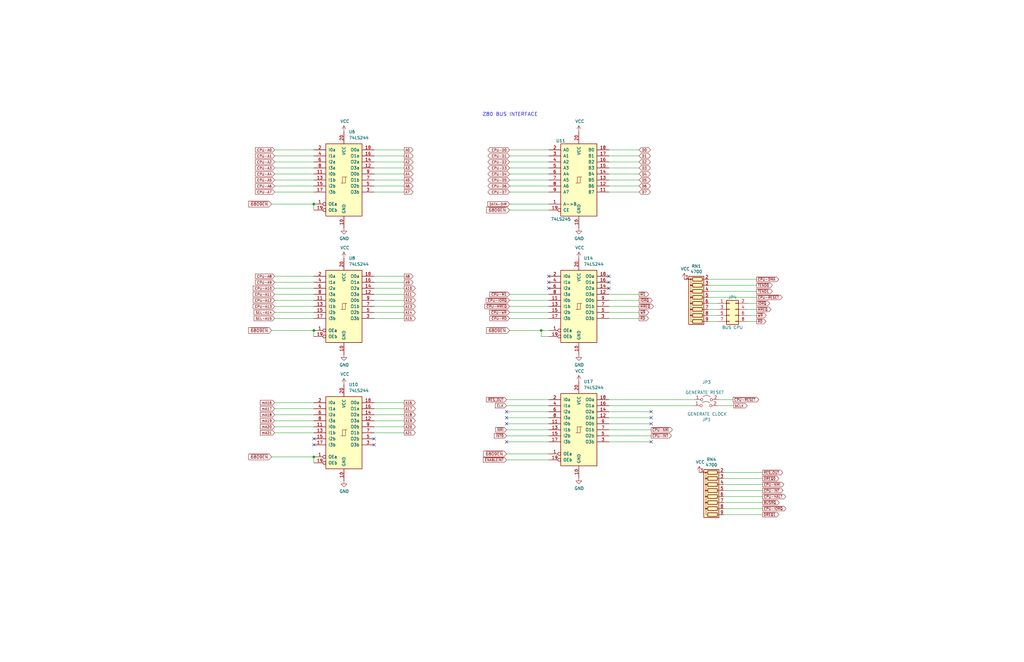
<source format=kicad_sch>
(kicad_sch (version 20211123) (generator eeschema)

  (uuid 86711b3b-1535-4bc5-89de-0c3ad8a96919)

  (paper "B")

  (title_block
    (title "Duodyne 6809 CPU board")
    (date "2023-12-29")
    (rev "V1.00")
  )

  (lib_symbols
    (symbol "74xx:74LS244" (pin_names (offset 1.016)) (in_bom yes) (on_board yes)
      (property "Reference" "U" (id 0) (at -7.62 16.51 0)
        (effects (font (size 1.27 1.27)))
      )
      (property "Value" "74LS244" (id 1) (at -7.62 -16.51 0)
        (effects (font (size 1.27 1.27)))
      )
      (property "Footprint" "" (id 2) (at 0 0 0)
        (effects (font (size 1.27 1.27)) hide)
      )
      (property "Datasheet" "http://www.ti.com/lit/ds/symlink/sn74ls244.pdf" (id 3) (at 0 0 0)
        (effects (font (size 1.27 1.27)) hide)
      )
      (property "ki_keywords" "7400 logic ttl low power schottky" (id 4) (at 0 0 0)
        (effects (font (size 1.27 1.27)) hide)
      )
      (property "ki_description" "Octal Buffer and Line Driver With 3-State Output, active-low enables, non-inverting outputs" (id 5) (at 0 0 0)
        (effects (font (size 1.27 1.27)) hide)
      )
      (property "ki_fp_filters" "DIP?20*" (id 6) (at 0 0 0)
        (effects (font (size 1.27 1.27)) hide)
      )
      (symbol "74LS244_1_0"
        (polyline
          (pts
            (xy -0.635 -1.27)
            (xy -0.635 1.27)
            (xy 0.635 1.27)
          )
          (stroke (width 0) (type default) (color 0 0 0 0))
          (fill (type none))
        )
        (polyline
          (pts
            (xy -1.27 -1.27)
            (xy 0.635 -1.27)
            (xy 0.635 1.27)
            (xy 1.27 1.27)
          )
          (stroke (width 0) (type default) (color 0 0 0 0))
          (fill (type none))
        )
        (pin input inverted (at -12.7 -10.16 0) (length 5.08)
          (name "OEa" (effects (font (size 1.27 1.27))))
          (number "1" (effects (font (size 1.27 1.27))))
        )
        (pin power_in line (at 0 -20.32 90) (length 5.08)
          (name "GND" (effects (font (size 1.27 1.27))))
          (number "10" (effects (font (size 1.27 1.27))))
        )
        (pin input line (at -12.7 2.54 0) (length 5.08)
          (name "I0b" (effects (font (size 1.27 1.27))))
          (number "11" (effects (font (size 1.27 1.27))))
        )
        (pin tri_state line (at 12.7 5.08 180) (length 5.08)
          (name "O3a" (effects (font (size 1.27 1.27))))
          (number "12" (effects (font (size 1.27 1.27))))
        )
        (pin input line (at -12.7 0 0) (length 5.08)
          (name "I1b" (effects (font (size 1.27 1.27))))
          (number "13" (effects (font (size 1.27 1.27))))
        )
        (pin tri_state line (at 12.7 7.62 180) (length 5.08)
          (name "O2a" (effects (font (size 1.27 1.27))))
          (number "14" (effects (font (size 1.27 1.27))))
        )
        (pin input line (at -12.7 -2.54 0) (length 5.08)
          (name "I2b" (effects (font (size 1.27 1.27))))
          (number "15" (effects (font (size 1.27 1.27))))
        )
        (pin tri_state line (at 12.7 10.16 180) (length 5.08)
          (name "O1a" (effects (font (size 1.27 1.27))))
          (number "16" (effects (font (size 1.27 1.27))))
        )
        (pin input line (at -12.7 -5.08 0) (length 5.08)
          (name "I3b" (effects (font (size 1.27 1.27))))
          (number "17" (effects (font (size 1.27 1.27))))
        )
        (pin tri_state line (at 12.7 12.7 180) (length 5.08)
          (name "O0a" (effects (font (size 1.27 1.27))))
          (number "18" (effects (font (size 1.27 1.27))))
        )
        (pin input inverted (at -12.7 -12.7 0) (length 5.08)
          (name "OEb" (effects (font (size 1.27 1.27))))
          (number "19" (effects (font (size 1.27 1.27))))
        )
        (pin input line (at -12.7 12.7 0) (length 5.08)
          (name "I0a" (effects (font (size 1.27 1.27))))
          (number "2" (effects (font (size 1.27 1.27))))
        )
        (pin power_in line (at 0 20.32 270) (length 5.08)
          (name "VCC" (effects (font (size 1.27 1.27))))
          (number "20" (effects (font (size 1.27 1.27))))
        )
        (pin tri_state line (at 12.7 -5.08 180) (length 5.08)
          (name "O3b" (effects (font (size 1.27 1.27))))
          (number "3" (effects (font (size 1.27 1.27))))
        )
        (pin input line (at -12.7 10.16 0) (length 5.08)
          (name "I1a" (effects (font (size 1.27 1.27))))
          (number "4" (effects (font (size 1.27 1.27))))
        )
        (pin tri_state line (at 12.7 -2.54 180) (length 5.08)
          (name "O2b" (effects (font (size 1.27 1.27))))
          (number "5" (effects (font (size 1.27 1.27))))
        )
        (pin input line (at -12.7 7.62 0) (length 5.08)
          (name "I2a" (effects (font (size 1.27 1.27))))
          (number "6" (effects (font (size 1.27 1.27))))
        )
        (pin tri_state line (at 12.7 0 180) (length 5.08)
          (name "O1b" (effects (font (size 1.27 1.27))))
          (number "7" (effects (font (size 1.27 1.27))))
        )
        (pin input line (at -12.7 5.08 0) (length 5.08)
          (name "I3a" (effects (font (size 1.27 1.27))))
          (number "8" (effects (font (size 1.27 1.27))))
        )
        (pin tri_state line (at 12.7 2.54 180) (length 5.08)
          (name "O0b" (effects (font (size 1.27 1.27))))
          (number "9" (effects (font (size 1.27 1.27))))
        )
      )
      (symbol "74LS244_1_1"
        (rectangle (start -7.62 15.24) (end 7.62 -15.24)
          (stroke (width 0.254) (type default) (color 0 0 0 0))
          (fill (type background))
        )
      )
    )
    (symbol "74xx:74LS245" (pin_names (offset 1.016)) (in_bom yes) (on_board yes)
      (property "Reference" "U" (id 0) (at -7.62 16.51 0)
        (effects (font (size 1.27 1.27)))
      )
      (property "Value" "74LS245" (id 1) (at -7.62 -16.51 0)
        (effects (font (size 1.27 1.27)))
      )
      (property "Footprint" "" (id 2) (at 0 0 0)
        (effects (font (size 1.27 1.27)) hide)
      )
      (property "Datasheet" "http://www.ti.com/lit/gpn/sn74LS245" (id 3) (at 0 0 0)
        (effects (font (size 1.27 1.27)) hide)
      )
      (property "ki_locked" "" (id 4) (at 0 0 0)
        (effects (font (size 1.27 1.27)))
      )
      (property "ki_keywords" "TTL BUS 3State" (id 5) (at 0 0 0)
        (effects (font (size 1.27 1.27)) hide)
      )
      (property "ki_description" "Octal BUS Transceivers, 3-State outputs" (id 6) (at 0 0 0)
        (effects (font (size 1.27 1.27)) hide)
      )
      (property "ki_fp_filters" "DIP?20*" (id 7) (at 0 0 0)
        (effects (font (size 1.27 1.27)) hide)
      )
      (symbol "74LS245_1_0"
        (polyline
          (pts
            (xy -0.635 -1.27)
            (xy -0.635 1.27)
            (xy 0.635 1.27)
          )
          (stroke (width 0) (type default) (color 0 0 0 0))
          (fill (type none))
        )
        (polyline
          (pts
            (xy -1.27 -1.27)
            (xy 0.635 -1.27)
            (xy 0.635 1.27)
            (xy 1.27 1.27)
          )
          (stroke (width 0) (type default) (color 0 0 0 0))
          (fill (type none))
        )
        (pin input line (at -12.7 -10.16 0) (length 5.08)
          (name "A->B" (effects (font (size 1.27 1.27))))
          (number "1" (effects (font (size 1.27 1.27))))
        )
        (pin power_in line (at 0 -20.32 90) (length 5.08)
          (name "GND" (effects (font (size 1.27 1.27))))
          (number "10" (effects (font (size 1.27 1.27))))
        )
        (pin tri_state line (at 12.7 -5.08 180) (length 5.08)
          (name "B7" (effects (font (size 1.27 1.27))))
          (number "11" (effects (font (size 1.27 1.27))))
        )
        (pin tri_state line (at 12.7 -2.54 180) (length 5.08)
          (name "B6" (effects (font (size 1.27 1.27))))
          (number "12" (effects (font (size 1.27 1.27))))
        )
        (pin tri_state line (at 12.7 0 180) (length 5.08)
          (name "B5" (effects (font (size 1.27 1.27))))
          (number "13" (effects (font (size 1.27 1.27))))
        )
        (pin tri_state line (at 12.7 2.54 180) (length 5.08)
          (name "B4" (effects (font (size 1.27 1.27))))
          (number "14" (effects (font (size 1.27 1.27))))
        )
        (pin tri_state line (at 12.7 5.08 180) (length 5.08)
          (name "B3" (effects (font (size 1.27 1.27))))
          (number "15" (effects (font (size 1.27 1.27))))
        )
        (pin tri_state line (at 12.7 7.62 180) (length 5.08)
          (name "B2" (effects (font (size 1.27 1.27))))
          (number "16" (effects (font (size 1.27 1.27))))
        )
        (pin tri_state line (at 12.7 10.16 180) (length 5.08)
          (name "B1" (effects (font (size 1.27 1.27))))
          (number "17" (effects (font (size 1.27 1.27))))
        )
        (pin tri_state line (at 12.7 12.7 180) (length 5.08)
          (name "B0" (effects (font (size 1.27 1.27))))
          (number "18" (effects (font (size 1.27 1.27))))
        )
        (pin input inverted (at -12.7 -12.7 0) (length 5.08)
          (name "CE" (effects (font (size 1.27 1.27))))
          (number "19" (effects (font (size 1.27 1.27))))
        )
        (pin tri_state line (at -12.7 12.7 0) (length 5.08)
          (name "A0" (effects (font (size 1.27 1.27))))
          (number "2" (effects (font (size 1.27 1.27))))
        )
        (pin power_in line (at 0 20.32 270) (length 5.08)
          (name "VCC" (effects (font (size 1.27 1.27))))
          (number "20" (effects (font (size 1.27 1.27))))
        )
        (pin tri_state line (at -12.7 10.16 0) (length 5.08)
          (name "A1" (effects (font (size 1.27 1.27))))
          (number "3" (effects (font (size 1.27 1.27))))
        )
        (pin tri_state line (at -12.7 7.62 0) (length 5.08)
          (name "A2" (effects (font (size 1.27 1.27))))
          (number "4" (effects (font (size 1.27 1.27))))
        )
        (pin tri_state line (at -12.7 5.08 0) (length 5.08)
          (name "A3" (effects (font (size 1.27 1.27))))
          (number "5" (effects (font (size 1.27 1.27))))
        )
        (pin tri_state line (at -12.7 2.54 0) (length 5.08)
          (name "A4" (effects (font (size 1.27 1.27))))
          (number "6" (effects (font (size 1.27 1.27))))
        )
        (pin tri_state line (at -12.7 0 0) (length 5.08)
          (name "A5" (effects (font (size 1.27 1.27))))
          (number "7" (effects (font (size 1.27 1.27))))
        )
        (pin tri_state line (at -12.7 -2.54 0) (length 5.08)
          (name "A6" (effects (font (size 1.27 1.27))))
          (number "8" (effects (font (size 1.27 1.27))))
        )
        (pin tri_state line (at -12.7 -5.08 0) (length 5.08)
          (name "A7" (effects (font (size 1.27 1.27))))
          (number "9" (effects (font (size 1.27 1.27))))
        )
      )
      (symbol "74LS245_1_1"
        (rectangle (start -7.62 15.24) (end 7.62 -15.24)
          (stroke (width 0.254) (type default) (color 0 0 0 0))
          (fill (type background))
        )
      )
    )
    (symbol "Connector_Generic:Conn_02x04_Odd_Even" (pin_names (offset 1.016) hide) (in_bom yes) (on_board yes)
      (property "Reference" "J" (id 0) (at 1.27 5.08 0)
        (effects (font (size 1.27 1.27)))
      )
      (property "Value" "Conn_02x04_Odd_Even" (id 1) (at 1.27 -7.62 0)
        (effects (font (size 1.27 1.27)))
      )
      (property "Footprint" "" (id 2) (at 0 0 0)
        (effects (font (size 1.27 1.27)) hide)
      )
      (property "Datasheet" "~" (id 3) (at 0 0 0)
        (effects (font (size 1.27 1.27)) hide)
      )
      (property "ki_keywords" "connector" (id 4) (at 0 0 0)
        (effects (font (size 1.27 1.27)) hide)
      )
      (property "ki_description" "Generic connector, double row, 02x04, odd/even pin numbering scheme (row 1 odd numbers, row 2 even numbers), script generated (kicad-library-utils/schlib/autogen/connector/)" (id 5) (at 0 0 0)
        (effects (font (size 1.27 1.27)) hide)
      )
      (property "ki_fp_filters" "Connector*:*_2x??_*" (id 6) (at 0 0 0)
        (effects (font (size 1.27 1.27)) hide)
      )
      (symbol "Conn_02x04_Odd_Even_1_1"
        (rectangle (start -1.27 -4.953) (end 0 -5.207)
          (stroke (width 0.1524) (type default) (color 0 0 0 0))
          (fill (type none))
        )
        (rectangle (start -1.27 -2.413) (end 0 -2.667)
          (stroke (width 0.1524) (type default) (color 0 0 0 0))
          (fill (type none))
        )
        (rectangle (start -1.27 0.127) (end 0 -0.127)
          (stroke (width 0.1524) (type default) (color 0 0 0 0))
          (fill (type none))
        )
        (rectangle (start -1.27 2.667) (end 0 2.413)
          (stroke (width 0.1524) (type default) (color 0 0 0 0))
          (fill (type none))
        )
        (rectangle (start -1.27 3.81) (end 3.81 -6.35)
          (stroke (width 0.254) (type default) (color 0 0 0 0))
          (fill (type background))
        )
        (rectangle (start 3.81 -4.953) (end 2.54 -5.207)
          (stroke (width 0.1524) (type default) (color 0 0 0 0))
          (fill (type none))
        )
        (rectangle (start 3.81 -2.413) (end 2.54 -2.667)
          (stroke (width 0.1524) (type default) (color 0 0 0 0))
          (fill (type none))
        )
        (rectangle (start 3.81 0.127) (end 2.54 -0.127)
          (stroke (width 0.1524) (type default) (color 0 0 0 0))
          (fill (type none))
        )
        (rectangle (start 3.81 2.667) (end 2.54 2.413)
          (stroke (width 0.1524) (type default) (color 0 0 0 0))
          (fill (type none))
        )
        (pin passive line (at -5.08 2.54 0) (length 3.81)
          (name "Pin_1" (effects (font (size 1.27 1.27))))
          (number "1" (effects (font (size 1.27 1.27))))
        )
        (pin passive line (at 7.62 2.54 180) (length 3.81)
          (name "Pin_2" (effects (font (size 1.27 1.27))))
          (number "2" (effects (font (size 1.27 1.27))))
        )
        (pin passive line (at -5.08 0 0) (length 3.81)
          (name "Pin_3" (effects (font (size 1.27 1.27))))
          (number "3" (effects (font (size 1.27 1.27))))
        )
        (pin passive line (at 7.62 0 180) (length 3.81)
          (name "Pin_4" (effects (font (size 1.27 1.27))))
          (number "4" (effects (font (size 1.27 1.27))))
        )
        (pin passive line (at -5.08 -2.54 0) (length 3.81)
          (name "Pin_5" (effects (font (size 1.27 1.27))))
          (number "5" (effects (font (size 1.27 1.27))))
        )
        (pin passive line (at 7.62 -2.54 180) (length 3.81)
          (name "Pin_6" (effects (font (size 1.27 1.27))))
          (number "6" (effects (font (size 1.27 1.27))))
        )
        (pin passive line (at -5.08 -5.08 0) (length 3.81)
          (name "Pin_7" (effects (font (size 1.27 1.27))))
          (number "7" (effects (font (size 1.27 1.27))))
        )
        (pin passive line (at 7.62 -5.08 180) (length 3.81)
          (name "Pin_8" (effects (font (size 1.27 1.27))))
          (number "8" (effects (font (size 1.27 1.27))))
        )
      )
    )
    (symbol "Device:R_Network08" (pin_names (offset 0) hide) (in_bom yes) (on_board yes)
      (property "Reference" "RN" (id 0) (at -12.7 0 90)
        (effects (font (size 1.27 1.27)))
      )
      (property "Value" "R_Network08" (id 1) (at 10.16 0 90)
        (effects (font (size 1.27 1.27)))
      )
      (property "Footprint" "Resistor_THT:R_Array_SIP9" (id 2) (at 12.065 0 90)
        (effects (font (size 1.27 1.27)) hide)
      )
      (property "Datasheet" "http://www.vishay.com/docs/31509/csc.pdf" (id 3) (at 0 0 0)
        (effects (font (size 1.27 1.27)) hide)
      )
      (property "ki_keywords" "R network star-topology" (id 4) (at 0 0 0)
        (effects (font (size 1.27 1.27)) hide)
      )
      (property "ki_description" "8 resistor network, star topology, bussed resistors, small symbol" (id 5) (at 0 0 0)
        (effects (font (size 1.27 1.27)) hide)
      )
      (property "ki_fp_filters" "R?Array?SIP*" (id 6) (at 0 0 0)
        (effects (font (size 1.27 1.27)) hide)
      )
      (symbol "R_Network08_0_1"
        (rectangle (start -11.43 -3.175) (end 8.89 3.175)
          (stroke (width 0.254) (type default) (color 0 0 0 0))
          (fill (type background))
        )
        (rectangle (start -10.922 1.524) (end -9.398 -2.54)
          (stroke (width 0.254) (type default) (color 0 0 0 0))
          (fill (type none))
        )
        (circle (center -10.16 2.286) (radius 0.254)
          (stroke (width 0) (type default) (color 0 0 0 0))
          (fill (type outline))
        )
        (rectangle (start -8.382 1.524) (end -6.858 -2.54)
          (stroke (width 0.254) (type default) (color 0 0 0 0))
          (fill (type none))
        )
        (circle (center -7.62 2.286) (radius 0.254)
          (stroke (width 0) (type default) (color 0 0 0 0))
          (fill (type outline))
        )
        (rectangle (start -5.842 1.524) (end -4.318 -2.54)
          (stroke (width 0.254) (type default) (color 0 0 0 0))
          (fill (type none))
        )
        (circle (center -5.08 2.286) (radius 0.254)
          (stroke (width 0) (type default) (color 0 0 0 0))
          (fill (type outline))
        )
        (rectangle (start -3.302 1.524) (end -1.778 -2.54)
          (stroke (width 0.254) (type default) (color 0 0 0 0))
          (fill (type none))
        )
        (circle (center -2.54 2.286) (radius 0.254)
          (stroke (width 0) (type default) (color 0 0 0 0))
          (fill (type outline))
        )
        (rectangle (start -0.762 1.524) (end 0.762 -2.54)
          (stroke (width 0.254) (type default) (color 0 0 0 0))
          (fill (type none))
        )
        (polyline
          (pts
            (xy -10.16 -2.54)
            (xy -10.16 -3.81)
          )
          (stroke (width 0) (type default) (color 0 0 0 0))
          (fill (type none))
        )
        (polyline
          (pts
            (xy -7.62 -2.54)
            (xy -7.62 -3.81)
          )
          (stroke (width 0) (type default) (color 0 0 0 0))
          (fill (type none))
        )
        (polyline
          (pts
            (xy -5.08 -2.54)
            (xy -5.08 -3.81)
          )
          (stroke (width 0) (type default) (color 0 0 0 0))
          (fill (type none))
        )
        (polyline
          (pts
            (xy -2.54 -2.54)
            (xy -2.54 -3.81)
          )
          (stroke (width 0) (type default) (color 0 0 0 0))
          (fill (type none))
        )
        (polyline
          (pts
            (xy 0 -2.54)
            (xy 0 -3.81)
          )
          (stroke (width 0) (type default) (color 0 0 0 0))
          (fill (type none))
        )
        (polyline
          (pts
            (xy 2.54 -2.54)
            (xy 2.54 -3.81)
          )
          (stroke (width 0) (type default) (color 0 0 0 0))
          (fill (type none))
        )
        (polyline
          (pts
            (xy 5.08 -2.54)
            (xy 5.08 -3.81)
          )
          (stroke (width 0) (type default) (color 0 0 0 0))
          (fill (type none))
        )
        (polyline
          (pts
            (xy 7.62 -2.54)
            (xy 7.62 -3.81)
          )
          (stroke (width 0) (type default) (color 0 0 0 0))
          (fill (type none))
        )
        (polyline
          (pts
            (xy -10.16 1.524)
            (xy -10.16 2.286)
            (xy -7.62 2.286)
            (xy -7.62 1.524)
          )
          (stroke (width 0) (type default) (color 0 0 0 0))
          (fill (type none))
        )
        (polyline
          (pts
            (xy -7.62 1.524)
            (xy -7.62 2.286)
            (xy -5.08 2.286)
            (xy -5.08 1.524)
          )
          (stroke (width 0) (type default) (color 0 0 0 0))
          (fill (type none))
        )
        (polyline
          (pts
            (xy -5.08 1.524)
            (xy -5.08 2.286)
            (xy -2.54 2.286)
            (xy -2.54 1.524)
          )
          (stroke (width 0) (type default) (color 0 0 0 0))
          (fill (type none))
        )
        (polyline
          (pts
            (xy -2.54 1.524)
            (xy -2.54 2.286)
            (xy 0 2.286)
            (xy 0 1.524)
          )
          (stroke (width 0) (type default) (color 0 0 0 0))
          (fill (type none))
        )
        (polyline
          (pts
            (xy 0 1.524)
            (xy 0 2.286)
            (xy 2.54 2.286)
            (xy 2.54 1.524)
          )
          (stroke (width 0) (type default) (color 0 0 0 0))
          (fill (type none))
        )
        (polyline
          (pts
            (xy 2.54 1.524)
            (xy 2.54 2.286)
            (xy 5.08 2.286)
            (xy 5.08 1.524)
          )
          (stroke (width 0) (type default) (color 0 0 0 0))
          (fill (type none))
        )
        (polyline
          (pts
            (xy 5.08 1.524)
            (xy 5.08 2.286)
            (xy 7.62 2.286)
            (xy 7.62 1.524)
          )
          (stroke (width 0) (type default) (color 0 0 0 0))
          (fill (type none))
        )
        (circle (center 0 2.286) (radius 0.254)
          (stroke (width 0) (type default) (color 0 0 0 0))
          (fill (type outline))
        )
        (rectangle (start 1.778 1.524) (end 3.302 -2.54)
          (stroke (width 0.254) (type default) (color 0 0 0 0))
          (fill (type none))
        )
        (circle (center 2.54 2.286) (radius 0.254)
          (stroke (width 0) (type default) (color 0 0 0 0))
          (fill (type outline))
        )
        (rectangle (start 4.318 1.524) (end 5.842 -2.54)
          (stroke (width 0.254) (type default) (color 0 0 0 0))
          (fill (type none))
        )
        (circle (center 5.08 2.286) (radius 0.254)
          (stroke (width 0) (type default) (color 0 0 0 0))
          (fill (type outline))
        )
        (rectangle (start 6.858 1.524) (end 8.382 -2.54)
          (stroke (width 0.254) (type default) (color 0 0 0 0))
          (fill (type none))
        )
      )
      (symbol "R_Network08_1_1"
        (pin passive line (at -10.16 5.08 270) (length 2.54)
          (name "common" (effects (font (size 1.27 1.27))))
          (number "1" (effects (font (size 1.27 1.27))))
        )
        (pin passive line (at -10.16 -5.08 90) (length 1.27)
          (name "R1" (effects (font (size 1.27 1.27))))
          (number "2" (effects (font (size 1.27 1.27))))
        )
        (pin passive line (at -7.62 -5.08 90) (length 1.27)
          (name "R2" (effects (font (size 1.27 1.27))))
          (number "3" (effects (font (size 1.27 1.27))))
        )
        (pin passive line (at -5.08 -5.08 90) (length 1.27)
          (name "R3" (effects (font (size 1.27 1.27))))
          (number "4" (effects (font (size 1.27 1.27))))
        )
        (pin passive line (at -2.54 -5.08 90) (length 1.27)
          (name "R4" (effects (font (size 1.27 1.27))))
          (number "5" (effects (font (size 1.27 1.27))))
        )
        (pin passive line (at 0 -5.08 90) (length 1.27)
          (name "R5" (effects (font (size 1.27 1.27))))
          (number "6" (effects (font (size 1.27 1.27))))
        )
        (pin passive line (at 2.54 -5.08 90) (length 1.27)
          (name "R6" (effects (font (size 1.27 1.27))))
          (number "7" (effects (font (size 1.27 1.27))))
        )
        (pin passive line (at 5.08 -5.08 90) (length 1.27)
          (name "R7" (effects (font (size 1.27 1.27))))
          (number "8" (effects (font (size 1.27 1.27))))
        )
        (pin passive line (at 7.62 -5.08 90) (length 1.27)
          (name "R8" (effects (font (size 1.27 1.27))))
          (number "9" (effects (font (size 1.27 1.27))))
        )
      )
    )
    (symbol "Jumper:Jumper_2_Open" (pin_names (offset 0) hide) (in_bom yes) (on_board yes)
      (property "Reference" "JP" (id 0) (at 0 2.794 0)
        (effects (font (size 1.27 1.27)))
      )
      (property "Value" "Jumper_2_Open" (id 1) (at 0 -2.286 0)
        (effects (font (size 1.27 1.27)))
      )
      (property "Footprint" "" (id 2) (at 0 0 0)
        (effects (font (size 1.27 1.27)) hide)
      )
      (property "Datasheet" "~" (id 3) (at 0 0 0)
        (effects (font (size 1.27 1.27)) hide)
      )
      (property "ki_keywords" "Jumper SPST" (id 4) (at 0 0 0)
        (effects (font (size 1.27 1.27)) hide)
      )
      (property "ki_description" "Jumper, 2-pole, open" (id 5) (at 0 0 0)
        (effects (font (size 1.27 1.27)) hide)
      )
      (property "ki_fp_filters" "Jumper* TestPoint*2Pads* TestPoint*Bridge*" (id 6) (at 0 0 0)
        (effects (font (size 1.27 1.27)) hide)
      )
      (symbol "Jumper_2_Open_0_0"
        (circle (center -2.032 0) (radius 0.508)
          (stroke (width 0) (type default) (color 0 0 0 0))
          (fill (type none))
        )
        (circle (center 2.032 0) (radius 0.508)
          (stroke (width 0) (type default) (color 0 0 0 0))
          (fill (type none))
        )
      )
      (symbol "Jumper_2_Open_0_1"
        (arc (start 1.524 1.27) (mid 0 1.778) (end -1.524 1.27)
          (stroke (width 0) (type default) (color 0 0 0 0))
          (fill (type none))
        )
      )
      (symbol "Jumper_2_Open_1_1"
        (pin passive line (at -5.08 0 0) (length 2.54)
          (name "A" (effects (font (size 1.27 1.27))))
          (number "1" (effects (font (size 1.27 1.27))))
        )
        (pin passive line (at 5.08 0 180) (length 2.54)
          (name "B" (effects (font (size 1.27 1.27))))
          (number "2" (effects (font (size 1.27 1.27))))
        )
      )
    )
    (symbol "power:GND" (power) (pin_names (offset 0)) (in_bom yes) (on_board yes)
      (property "Reference" "#PWR" (id 0) (at 0 -6.35 0)
        (effects (font (size 1.27 1.27)) hide)
      )
      (property "Value" "GND" (id 1) (at 0 -3.81 0)
        (effects (font (size 1.27 1.27)))
      )
      (property "Footprint" "" (id 2) (at 0 0 0)
        (effects (font (size 1.27 1.27)) hide)
      )
      (property "Datasheet" "" (id 3) (at 0 0 0)
        (effects (font (size 1.27 1.27)) hide)
      )
      (property "ki_keywords" "global power" (id 4) (at 0 0 0)
        (effects (font (size 1.27 1.27)) hide)
      )
      (property "ki_description" "Power symbol creates a global label with name \"GND\" , ground" (id 5) (at 0 0 0)
        (effects (font (size 1.27 1.27)) hide)
      )
      (symbol "GND_0_1"
        (polyline
          (pts
            (xy 0 0)
            (xy 0 -1.27)
            (xy 1.27 -1.27)
            (xy 0 -2.54)
            (xy -1.27 -1.27)
            (xy 0 -1.27)
          )
          (stroke (width 0) (type default) (color 0 0 0 0))
          (fill (type none))
        )
      )
      (symbol "GND_1_1"
        (pin power_in line (at 0 0 270) (length 0) hide
          (name "GND" (effects (font (size 1.27 1.27))))
          (number "1" (effects (font (size 1.27 1.27))))
        )
      )
    )
    (symbol "power:VCC" (power) (pin_names (offset 0)) (in_bom yes) (on_board yes)
      (property "Reference" "#PWR" (id 0) (at 0 -3.81 0)
        (effects (font (size 1.27 1.27)) hide)
      )
      (property "Value" "VCC" (id 1) (at 0 3.81 0)
        (effects (font (size 1.27 1.27)))
      )
      (property "Footprint" "" (id 2) (at 0 0 0)
        (effects (font (size 1.27 1.27)) hide)
      )
      (property "Datasheet" "" (id 3) (at 0 0 0)
        (effects (font (size 1.27 1.27)) hide)
      )
      (property "ki_keywords" "global power" (id 4) (at 0 0 0)
        (effects (font (size 1.27 1.27)) hide)
      )
      (property "ki_description" "Power symbol creates a global label with name \"VCC\"" (id 5) (at 0 0 0)
        (effects (font (size 1.27 1.27)) hide)
      )
      (symbol "VCC_0_1"
        (polyline
          (pts
            (xy -0.762 1.27)
            (xy 0 2.54)
          )
          (stroke (width 0) (type default) (color 0 0 0 0))
          (fill (type none))
        )
        (polyline
          (pts
            (xy 0 0)
            (xy 0 2.54)
          )
          (stroke (width 0) (type default) (color 0 0 0 0))
          (fill (type none))
        )
        (polyline
          (pts
            (xy 0 2.54)
            (xy 0.762 1.27)
          )
          (stroke (width 0) (type default) (color 0 0 0 0))
          (fill (type none))
        )
      )
      (symbol "VCC_1_1"
        (pin power_in line (at 0 0 90) (length 0) hide
          (name "VCC" (effects (font (size 1.27 1.27))))
          (number "1" (effects (font (size 1.27 1.27))))
        )
      )
    )
  )

  (junction (at 132.334 139.446) (diameter 0) (color 0 0 0 0)
    (uuid 6634c72b-baa3-4ef1-8f0f-95b95b912c5d)
  )
  (junction (at 132.334 192.786) (diameter 0) (color 0 0 0 0)
    (uuid d062fc28-acf9-4f39-a41e-7dc4d443e4fa)
  )
  (junction (at 228.219 139.446) (diameter 0) (color 0 0 0 0)
    (uuid d9914967-843a-4918-8ef3-eb615f3931b3)
  )
  (junction (at 132.334 86.106) (diameter 0) (color 0 0 0 0)
    (uuid fdd26136-e0ce-467e-b421-1123d4dbbcf2)
  )

  (no_connect (at 213.614 178.816) (uuid 0d7e3c5a-76d4-4424-950c-497564d8eaf8))
  (no_connect (at 213.614 173.736) (uuid 0f4dc927-db38-4b9b-865f-aa8660cbf906))
  (no_connect (at 231.394 121.666) (uuid 202f5958-a367-44de-83a4-ab761b6c2e66))
  (no_connect (at 157.734 187.706) (uuid 2ff35cf9-ccce-4d40-94b7-21cae22a522e))
  (no_connect (at 274.574 186.436) (uuid 38204e8f-3729-41f8-8a05-5caf64f3527f))
  (no_connect (at 213.614 176.276) (uuid 6a65a766-84bb-4445-a896-f75dca25c5a1))
  (no_connect (at 231.394 116.586) (uuid 7da8e7d4-2ffa-4a25-9c0c-f91fc093209c))
  (no_connect (at 256.794 116.586) (uuid 9329a49d-e208-4e75-9333-26623105a002))
  (no_connect (at 132.334 185.166) (uuid ab4601b7-48d7-4e1f-9c12-81672325c919))
  (no_connect (at 213.614 186.436) (uuid af391133-7d9e-4ac5-a3a3-74e2b81ab554))
  (no_connect (at 274.574 176.276) (uuid b412e803-73c7-4fad-aa4e-3f3d15334e21))
  (no_connect (at 274.574 173.736) (uuid be05a41f-2b6f-457b-98b9-0d06734790fe))
  (no_connect (at 256.794 121.666) (uuid c36883d5-907f-4071-b01e-c51b3b01c95b))
  (no_connect (at 274.574 178.816) (uuid dd6b4840-d802-4440-b872-4fbc7066da0e))
  (no_connect (at 157.734 185.166) (uuid ddc571ec-0001-46fc-9c42-561d64ae6ff0))
  (no_connect (at 256.794 119.126) (uuid ef6103cf-a2b4-4ff0-b1de-ecb9061718fc))
  (no_connect (at 231.394 119.126) (uuid efb390ce-3bb2-4771-b8b0-1cd8d7e9c321))
  (no_connect (at 132.334 187.706) (uuid fce8d456-128a-4eda-880a-59c24e4e9b35))

  (wire (pts (xy 213.614 183.896) (xy 231.394 183.896))
    (stroke (width 0) (type default) (color 0 0 0 0))
    (uuid 01a33235-7d9a-4f9a-b277-54a5f093b9de)
  )
  (wire (pts (xy 157.734 126.746) (xy 170.434 126.746))
    (stroke (width 0) (type default) (color 0 0 0 0))
    (uuid 0545e37c-15ac-4365-b60b-38561775294a)
  )
  (wire (pts (xy 157.734 134.366) (xy 170.434 134.366))
    (stroke (width 0) (type default) (color 0 0 0 0))
    (uuid 05608540-a249-493e-b095-f3d923e3bb6d)
  )
  (wire (pts (xy 231.394 124.206) (xy 214.884 124.206))
    (stroke (width 0) (type default) (color 0 0 0 0))
    (uuid 0605f971-ed22-4869-9959-1b902ea011e6)
  )
  (wire (pts (xy 157.734 131.826) (xy 170.434 131.826))
    (stroke (width 0) (type default) (color 0 0 0 0))
    (uuid 09882fb0-0298-4219-bc15-e53b832a371c)
  )
  (wire (pts (xy 213.614 173.736) (xy 231.394 173.736))
    (stroke (width 0) (type default) (color 0 0 0 0))
    (uuid 0e420e4d-7d41-4b6d-8eda-2e324abdc8b7)
  )
  (wire (pts (xy 132.334 139.446) (xy 114.554 139.446))
    (stroke (width 0) (type default) (color 0 0 0 0))
    (uuid 0f7a52a3-62a1-4a5d-93e0-d93ce0a6d4ea)
  )
  (wire (pts (xy 214.884 126.746) (xy 231.394 126.746))
    (stroke (width 0) (type default) (color 0 0 0 0))
    (uuid 106a1069-c8d9-4452-a97c-bf3b2b284c1b)
  )
  (wire (pts (xy 256.794 78.486) (xy 269.494 78.486))
    (stroke (width 0) (type default) (color 0 0 0 0))
    (uuid 1324a3af-f37a-4605-b764-04f2ee14ca17)
  )
  (wire (pts (xy 303.022 168.656) (xy 309.118 168.656))
    (stroke (width 0) (type default) (color 0 0 0 0))
    (uuid 135be43a-67a3-4a41-9355-646c1bc66050)
  )
  (wire (pts (xy 115.824 182.626) (xy 132.334 182.626))
    (stroke (width 0) (type default) (color 0 0 0 0))
    (uuid 1404a1dd-89e5-48b0-bc5c-57f565acbfe5)
  )
  (wire (pts (xy 315.214 128.016) (xy 319.024 128.016))
    (stroke (width 0) (type default) (color 0 0 0 0))
    (uuid 14dd8862-ce1d-4b87-888c-66a903ca2c2f)
  )
  (wire (pts (xy 256.794 73.406) (xy 269.494 73.406))
    (stroke (width 0) (type default) (color 0 0 0 0))
    (uuid 1524d5bb-a0a8-4177-8816-42616f960a4a)
  )
  (wire (pts (xy 228.219 141.986) (xy 228.219 139.446))
    (stroke (width 0) (type default) (color 0 0 0 0))
    (uuid 168215c2-1cf2-45b5-b3bd-f57a4f85f273)
  )
  (wire (pts (xy 213.614 194.056) (xy 231.394 194.056))
    (stroke (width 0) (type default) (color 0 0 0 0))
    (uuid 1a943c16-e4de-475f-a13a-661e01112595)
  )
  (wire (pts (xy 305.054 201.93) (xy 321.564 201.93))
    (stroke (width 0) (type default) (color 0 0 0 0))
    (uuid 1af7f005-bb11-46be-b90d-1c71a8d3c917)
  )
  (wire (pts (xy 298.704 133.096) (xy 302.514 133.096))
    (stroke (width 0) (type default) (color 0 0 0 0))
    (uuid 2216fd6d-7e61-4475-b23c-e1188a85a9c8)
  )
  (wire (pts (xy 115.824 131.826) (xy 132.334 131.826))
    (stroke (width 0) (type default) (color 0 0 0 0))
    (uuid 23b7a1cc-fd22-4b24-a1a7-1fde4ef8b9a1)
  )
  (wire (pts (xy 157.734 180.086) (xy 170.434 180.086))
    (stroke (width 0) (type default) (color 0 0 0 0))
    (uuid 24c95c7c-ee3c-45d7-a912-c7410906d4b4)
  )
  (wire (pts (xy 214.884 70.866) (xy 231.394 70.866))
    (stroke (width 0) (type default) (color 0 0 0 0))
    (uuid 25561142-2854-4978-8744-1ef0c100a059)
  )
  (wire (pts (xy 256.794 186.436) (xy 274.574 186.436))
    (stroke (width 0) (type default) (color 0 0 0 0))
    (uuid 2581bfed-b579-4c67-a782-a3ad6c0ff2e8)
  )
  (wire (pts (xy 132.334 195.326) (xy 132.334 192.786))
    (stroke (width 0) (type default) (color 0 0 0 0))
    (uuid 26b01cbf-4a53-45cc-925a-6eaf45c3253d)
  )
  (wire (pts (xy 213.614 181.356) (xy 231.394 181.356))
    (stroke (width 0) (type default) (color 0 0 0 0))
    (uuid 26dc51a0-8fd9-4eae-9ff0-2387c8890f50)
  )
  (wire (pts (xy 214.884 81.026) (xy 231.394 81.026))
    (stroke (width 0) (type default) (color 0 0 0 0))
    (uuid 28426b45-508f-4b57-8ac5-45737cb830ba)
  )
  (wire (pts (xy 256.794 131.826) (xy 269.494 131.826))
    (stroke (width 0) (type default) (color 0 0 0 0))
    (uuid 2887ca4c-d4c4-477f-9f42-9fe51f4f5174)
  )
  (wire (pts (xy 115.824 124.206) (xy 132.334 124.206))
    (stroke (width 0) (type default) (color 0 0 0 0))
    (uuid 2a0f16f2-3345-4ed1-be55-c2bf333cdce0)
  )
  (wire (pts (xy 305.054 217.17) (xy 321.564 217.17))
    (stroke (width 0) (type default) (color 0 0 0 0))
    (uuid 301a78d9-d9fc-46e8-9607-5754c6ab2ac6)
  )
  (wire (pts (xy 213.614 178.816) (xy 231.394 178.816))
    (stroke (width 0) (type default) (color 0 0 0 0))
    (uuid 30551541-7b3d-4bfd-9cc3-5cb01b38430d)
  )
  (wire (pts (xy 132.334 192.786) (xy 114.554 192.786))
    (stroke (width 0) (type default) (color 0 0 0 0))
    (uuid 30e89b7d-e0ae-4f9e-8f41-c175765ef1d7)
  )
  (wire (pts (xy 298.704 125.476) (xy 319.024 125.476))
    (stroke (width 0) (type default) (color 0 0 0 0))
    (uuid 35531e82-504d-4e10-ba21-83cc56b6443d)
  )
  (wire (pts (xy 214.884 86.106) (xy 231.394 86.106))
    (stroke (width 0) (type default) (color 0 0 0 0))
    (uuid 3d8ea23b-2de9-410f-bf5e-9e6d28b5a5a1)
  )
  (wire (pts (xy 115.824 172.466) (xy 132.334 172.466))
    (stroke (width 0) (type default) (color 0 0 0 0))
    (uuid 3e7a7686-4667-4dc2-83e1-cec8f6b71cd8)
  )
  (wire (pts (xy 157.734 78.486) (xy 170.434 78.486))
    (stroke (width 0) (type default) (color 0 0 0 0))
    (uuid 3f51ee6f-6ac3-4084-90d8-182ae8b0c3c0)
  )
  (wire (pts (xy 256.794 176.276) (xy 274.574 176.276))
    (stroke (width 0) (type default) (color 0 0 0 0))
    (uuid 40c2e7a2-4d2a-4628-a75a-3f8de24262c8)
  )
  (wire (pts (xy 256.794 129.286) (xy 269.494 129.286))
    (stroke (width 0) (type default) (color 0 0 0 0))
    (uuid 44e5a832-6019-4310-a6ad-c044c09ec10f)
  )
  (wire (pts (xy 157.734 121.666) (xy 170.434 121.666))
    (stroke (width 0) (type default) (color 0 0 0 0))
    (uuid 46dced0c-e7e6-4e25-85db-41bf7e91a8a1)
  )
  (wire (pts (xy 115.824 65.786) (xy 132.334 65.786))
    (stroke (width 0) (type default) (color 0 0 0 0))
    (uuid 48663a12-01ac-4fd2-ab2b-1f669aded5a1)
  )
  (wire (pts (xy 305.054 207.01) (xy 321.564 207.01))
    (stroke (width 0) (type default) (color 0 0 0 0))
    (uuid 49d945d7-a732-4eba-acf1-ec6a7274b992)
  )
  (wire (pts (xy 213.614 186.436) (xy 231.394 186.436))
    (stroke (width 0) (type default) (color 0 0 0 0))
    (uuid 4c667ab3-67d7-44fa-857c-00328ab4cf4a)
  )
  (wire (pts (xy 115.824 134.366) (xy 132.334 134.366))
    (stroke (width 0) (type default) (color 0 0 0 0))
    (uuid 4edd1f00-15fc-4c09-8182-ae55b36578ff)
  )
  (wire (pts (xy 256.794 124.206) (xy 269.494 124.206))
    (stroke (width 0) (type default) (color 0 0 0 0))
    (uuid 524f9098-86ea-4fdc-ac9d-12a577e990ee)
  )
  (wire (pts (xy 213.614 171.196) (xy 231.394 171.196))
    (stroke (width 0) (type default) (color 0 0 0 0))
    (uuid 5385e109-21f6-4982-a0b0-7ee1c3a8b1ad)
  )
  (wire (pts (xy 256.794 68.326) (xy 269.494 68.326))
    (stroke (width 0) (type default) (color 0 0 0 0))
    (uuid 556b6b11-2753-4452-8160-66240d2a699e)
  )
  (wire (pts (xy 256.794 168.656) (xy 292.862 168.656))
    (stroke (width 0) (type default) (color 0 0 0 0))
    (uuid 5b36b244-f2d8-4f0c-a382-2016f0ce3a5a)
  )
  (wire (pts (xy 115.824 175.006) (xy 132.334 175.006))
    (stroke (width 0) (type default) (color 0 0 0 0))
    (uuid 5f2adbb6-52de-4610-923b-74811551387d)
  )
  (wire (pts (xy 157.734 75.946) (xy 170.434 75.946))
    (stroke (width 0) (type default) (color 0 0 0 0))
    (uuid 61c31746-cae2-44fd-992a-713d962637c4)
  )
  (wire (pts (xy 231.394 141.986) (xy 228.219 141.986))
    (stroke (width 0) (type default) (color 0 0 0 0))
    (uuid 62324969-8625-4463-bc98-df5cf4ad3bcf)
  )
  (wire (pts (xy 302.768 171.196) (xy 309.372 171.196))
    (stroke (width 0) (type default) (color 0 0 0 0))
    (uuid 62454796-80e5-4494-8a1d-927335ea58a2)
  )
  (wire (pts (xy 315.214 133.096) (xy 319.024 133.096))
    (stroke (width 0) (type default) (color 0 0 0 0))
    (uuid 62ec0f82-884c-46cf-bb71-b6589129832c)
  )
  (wire (pts (xy 214.884 131.826) (xy 231.394 131.826))
    (stroke (width 0) (type default) (color 0 0 0 0))
    (uuid 646b8397-33ff-4e77-9401-6b45b53ca7a3)
  )
  (wire (pts (xy 157.734 129.286) (xy 170.434 129.286))
    (stroke (width 0) (type default) (color 0 0 0 0))
    (uuid 653912ee-50c4-4f3c-a9be-6b5230461347)
  )
  (wire (pts (xy 157.734 68.326) (xy 170.434 68.326))
    (stroke (width 0) (type default) (color 0 0 0 0))
    (uuid 66314ef3-ef80-434a-96b9-ce199ee19251)
  )
  (wire (pts (xy 115.824 73.406) (xy 132.334 73.406))
    (stroke (width 0) (type default) (color 0 0 0 0))
    (uuid 673adc57-d74f-4a5d-8d8b-3ee70287cd89)
  )
  (wire (pts (xy 115.824 63.246) (xy 132.334 63.246))
    (stroke (width 0) (type default) (color 0 0 0 0))
    (uuid 6871f301-d328-4762-9bcb-536a19a5a99a)
  )
  (wire (pts (xy 157.734 124.206) (xy 170.434 124.206))
    (stroke (width 0) (type default) (color 0 0 0 0))
    (uuid 696ccee3-2e72-468c-af2c-f5628bb0de17)
  )
  (wire (pts (xy 256.794 183.896) (xy 274.574 183.896))
    (stroke (width 0) (type default) (color 0 0 0 0))
    (uuid 6a2ce7c3-e175-44b4-b67b-91f6819f2d94)
  )
  (wire (pts (xy 115.824 70.866) (xy 132.334 70.866))
    (stroke (width 0) (type default) (color 0 0 0 0))
    (uuid 6b17b4a5-5574-4cfe-a6da-3b50c62431e6)
  )
  (wire (pts (xy 256.794 75.946) (xy 269.494 75.946))
    (stroke (width 0) (type default) (color 0 0 0 0))
    (uuid 6b4e623c-f102-42cf-ae55-10b24f4f6210)
  )
  (wire (pts (xy 298.704 122.936) (xy 319.024 122.936))
    (stroke (width 0) (type default) (color 0 0 0 0))
    (uuid 6c86259f-9545-41b0-a330-471fa93320c2)
  )
  (wire (pts (xy 298.704 128.016) (xy 302.514 128.016))
    (stroke (width 0) (type default) (color 0 0 0 0))
    (uuid 6ebed4af-f4cf-45df-8ed9-b841df27921e)
  )
  (wire (pts (xy 315.214 135.636) (xy 319.024 135.636))
    (stroke (width 0) (type default) (color 0 0 0 0))
    (uuid 6f9983ec-4a9b-4399-9bd4-9e8f381b12c1)
  )
  (wire (pts (xy 214.884 139.446) (xy 228.219 139.446))
    (stroke (width 0) (type default) (color 0 0 0 0))
    (uuid 6fe7a503-b722-49fd-aa24-0d06d3f57c36)
  )
  (wire (pts (xy 157.734 63.246) (xy 170.434 63.246))
    (stroke (width 0) (type default) (color 0 0 0 0))
    (uuid 70f2826e-5b4a-46f8-8934-f20772eccb2d)
  )
  (wire (pts (xy 157.734 81.026) (xy 170.434 81.026))
    (stroke (width 0) (type default) (color 0 0 0 0))
    (uuid 746e0c1f-504e-49de-af70-ba68a10859e8)
  )
  (wire (pts (xy 115.824 121.666) (xy 132.334 121.666))
    (stroke (width 0) (type default) (color 0 0 0 0))
    (uuid 7583eeea-b0bc-49f3-9889-f66c66eb9138)
  )
  (wire (pts (xy 256.794 171.196) (xy 292.608 171.196))
    (stroke (width 0) (type default) (color 0 0 0 0))
    (uuid 7608d170-0dd5-4685-be18-4f02f10b6779)
  )
  (wire (pts (xy 157.734 175.006) (xy 170.434 175.006))
    (stroke (width 0) (type default) (color 0 0 0 0))
    (uuid 770591e8-e48a-4777-8cd1-9f2c7109a0d5)
  )
  (wire (pts (xy 157.734 177.546) (xy 170.434 177.546))
    (stroke (width 0) (type default) (color 0 0 0 0))
    (uuid 77f21593-eb21-4b2e-a4fd-7295d793516c)
  )
  (wire (pts (xy 214.884 73.406) (xy 231.394 73.406))
    (stroke (width 0) (type default) (color 0 0 0 0))
    (uuid 7beb6978-5dcd-497b-a4c9-beee29902d1d)
  )
  (wire (pts (xy 115.824 177.546) (xy 132.334 177.546))
    (stroke (width 0) (type default) (color 0 0 0 0))
    (uuid 865f3ccc-c7d0-4ee3-a6e1-1b92b80c874f)
  )
  (wire (pts (xy 214.884 134.366) (xy 231.394 134.366))
    (stroke (width 0) (type default) (color 0 0 0 0))
    (uuid 88b1e1d5-01cb-43b6-ad80-887ab3b28e41)
  )
  (wire (pts (xy 256.794 70.866) (xy 269.494 70.866))
    (stroke (width 0) (type default) (color 0 0 0 0))
    (uuid 88d89c0f-027d-40ce-b296-4665bd0b24d4)
  )
  (wire (pts (xy 115.824 78.486) (xy 132.334 78.486))
    (stroke (width 0) (type default) (color 0 0 0 0))
    (uuid 91268d5a-d756-42a1-b411-f0b383d12ec6)
  )
  (wire (pts (xy 157.734 73.406) (xy 170.434 73.406))
    (stroke (width 0) (type default) (color 0 0 0 0))
    (uuid 91eb1574-3f62-41bb-9e4f-1a971b6e8ab8)
  )
  (wire (pts (xy 157.734 65.786) (xy 170.434 65.786))
    (stroke (width 0) (type default) (color 0 0 0 0))
    (uuid 93e6a489-9c80-481b-b507-082421a56e8a)
  )
  (wire (pts (xy 157.734 182.626) (xy 170.434 182.626))
    (stroke (width 0) (type default) (color 0 0 0 0))
    (uuid 9484e1fe-7b16-4408-b896-15a4c51c3b63)
  )
  (wire (pts (xy 256.794 65.786) (xy 269.494 65.786))
    (stroke (width 0) (type default) (color 0 0 0 0))
    (uuid 94e1f91a-3185-4f1c-9926-3ccdf239507d)
  )
  (wire (pts (xy 256.794 63.246) (xy 269.494 63.246))
    (stroke (width 0) (type default) (color 0 0 0 0))
    (uuid 9833def4-8ab4-44b1-ba27-944596b5ad34)
  )
  (wire (pts (xy 132.334 141.986) (xy 132.334 139.446))
    (stroke (width 0) (type default) (color 0 0 0 0))
    (uuid 983b7733-9a70-4fa5-a4ec-73eae6fade2d)
  )
  (wire (pts (xy 132.334 86.106) (xy 114.554 86.106))
    (stroke (width 0) (type default) (color 0 0 0 0))
    (uuid 98e7f46e-9ba4-413a-b146-0d812feea7d5)
  )
  (wire (pts (xy 115.824 75.946) (xy 132.334 75.946))
    (stroke (width 0) (type default) (color 0 0 0 0))
    (uuid 99a11854-da82-402d-9c2c-9e4602b62f9d)
  )
  (wire (pts (xy 214.884 63.246) (xy 231.394 63.246))
    (stroke (width 0) (type default) (color 0 0 0 0))
    (uuid 9a4116ad-3b36-4ac0-9afd-ed6857db2525)
  )
  (wire (pts (xy 298.704 130.556) (xy 302.514 130.556))
    (stroke (width 0) (type default) (color 0 0 0 0))
    (uuid 9b62eb84-1693-4624-92da-de64e77d3551)
  )
  (wire (pts (xy 115.824 68.326) (xy 132.334 68.326))
    (stroke (width 0) (type default) (color 0 0 0 0))
    (uuid 9f2a8b42-bcfc-4342-b77b-503047a30b87)
  )
  (wire (pts (xy 213.614 191.516) (xy 231.394 191.516))
    (stroke (width 0) (type default) (color 0 0 0 0))
    (uuid 9fb76dcf-2d9f-4b13-a822-72fadd2ceabc)
  )
  (wire (pts (xy 305.054 214.63) (xy 321.564 214.63))
    (stroke (width 0) (type default) (color 0 0 0 0))
    (uuid a4d074f4-da64-4e34-b4e5-afe130fd5c9b)
  )
  (wire (pts (xy 157.734 169.926) (xy 170.434 169.926))
    (stroke (width 0) (type default) (color 0 0 0 0))
    (uuid a63d7ceb-3dd6-44f2-998b-5128e197032c)
  )
  (wire (pts (xy 228.219 139.446) (xy 231.394 139.446))
    (stroke (width 0) (type default) (color 0 0 0 0))
    (uuid a8fddfd9-6337-4a86-9afc-1979679c8511)
  )
  (wire (pts (xy 213.614 168.656) (xy 231.394 168.656))
    (stroke (width 0) (type default) (color 0 0 0 0))
    (uuid ad0c3d7b-1f47-4563-8db8-911a02bceeaf)
  )
  (wire (pts (xy 115.824 180.086) (xy 132.334 180.086))
    (stroke (width 0) (type default) (color 0 0 0 0))
    (uuid b0a19cf2-4ce9-427c-b0d8-bb6e428872de)
  )
  (wire (pts (xy 214.884 68.326) (xy 231.394 68.326))
    (stroke (width 0) (type default) (color 0 0 0 0))
    (uuid b1d2f3cc-912f-4a89-ab40-5e719ed3fad5)
  )
  (wire (pts (xy 315.214 130.556) (xy 319.024 130.556))
    (stroke (width 0) (type default) (color 0 0 0 0))
    (uuid b21f4836-beb7-49aa-a97f-2422b1438443)
  )
  (wire (pts (xy 305.054 204.47) (xy 321.564 204.47))
    (stroke (width 0) (type default) (color 0 0 0 0))
    (uuid b245512e-4529-4085-8e47-3833a5a0cd2c)
  )
  (wire (pts (xy 157.734 119.126) (xy 170.434 119.126))
    (stroke (width 0) (type default) (color 0 0 0 0))
    (uuid b2be5743-7445-48c2-b9a2-c8bb03a43d84)
  )
  (wire (pts (xy 298.704 117.856) (xy 319.024 117.856))
    (stroke (width 0) (type default) (color 0 0 0 0))
    (uuid b7809ae2-be59-4180-8d62-af67746c4244)
  )
  (wire (pts (xy 213.614 176.276) (xy 231.394 176.276))
    (stroke (width 0) (type default) (color 0 0 0 0))
    (uuid bb39e2e9-0cc0-4a85-927d-3a6e0c752685)
  )
  (wire (pts (xy 132.334 88.646) (xy 132.334 86.106))
    (stroke (width 0) (type default) (color 0 0 0 0))
    (uuid bc85f0ba-e362-4fdc-ade9-c6c2934fdc2d)
  )
  (wire (pts (xy 115.824 169.926) (xy 132.334 169.926))
    (stroke (width 0) (type default) (color 0 0 0 0))
    (uuid be80f352-ff4e-4d6b-9ca7-d87222b63520)
  )
  (wire (pts (xy 305.054 212.09) (xy 321.564 212.09))
    (stroke (width 0) (type default) (color 0 0 0 0))
    (uuid beaf44cf-7811-4dc4-8343-7ef5f2207749)
  )
  (wire (pts (xy 115.824 116.586) (xy 132.334 116.586))
    (stroke (width 0) (type default) (color 0 0 0 0))
    (uuid c272b1c2-4ecb-4d36-9e32-c9336ba35188)
  )
  (wire (pts (xy 214.884 78.486) (xy 231.394 78.486))
    (stroke (width 0) (type default) (color 0 0 0 0))
    (uuid c2e98e88-8401-451e-bff0-38e247eb9d34)
  )
  (wire (pts (xy 115.824 129.286) (xy 132.334 129.286))
    (stroke (width 0) (type default) (color 0 0 0 0))
    (uuid c3483cb6-4cb4-45fb-a904-ef2d0dca2ac5)
  )
  (wire (pts (xy 256.794 126.746) (xy 269.494 126.746))
    (stroke (width 0) (type default) (color 0 0 0 0))
    (uuid cada3e37-cb91-4327-89ad-1e007ea5574d)
  )
  (wire (pts (xy 256.794 134.366) (xy 269.494 134.366))
    (stroke (width 0) (type default) (color 0 0 0 0))
    (uuid cd2cdb21-e17d-40c5-a52c-f8ffa08e450f)
  )
  (wire (pts (xy 274.574 181.356) (xy 256.794 181.356))
    (stroke (width 0) (type default) (color 0 0 0 0))
    (uuid cdb660dd-8ea7-474d-9492-a2b475633630)
  )
  (wire (pts (xy 214.884 65.786) (xy 231.394 65.786))
    (stroke (width 0) (type default) (color 0 0 0 0))
    (uuid cf6ae6f4-ebfa-451e-adb6-42162a3073af)
  )
  (wire (pts (xy 115.824 81.026) (xy 132.334 81.026))
    (stroke (width 0) (type default) (color 0 0 0 0))
    (uuid d1237d90-38b1-4190-b2ba-cedbfcb0b581)
  )
  (wire (pts (xy 157.734 172.466) (xy 170.434 172.466))
    (stroke (width 0) (type default) (color 0 0 0 0))
    (uuid d330ff5f-8edc-4a4e-b81b-1c0d4b63bec9)
  )
  (wire (pts (xy 256.794 81.026) (xy 269.494 81.026))
    (stroke (width 0) (type default) (color 0 0 0 0))
    (uuid d772150d-b642-490c-b2ae-ede784e8d7fe)
  )
  (wire (pts (xy 298.704 135.636) (xy 302.514 135.636))
    (stroke (width 0) (type default) (color 0 0 0 0))
    (uuid d7a3d288-468d-48f5-b8d0-c120ec41c822)
  )
  (wire (pts (xy 214.884 88.646) (xy 231.394 88.646))
    (stroke (width 0) (type default) (color 0 0 0 0))
    (uuid dc444ea1-0e2b-41f0-a29d-d1895d7081f2)
  )
  (wire (pts (xy 305.054 199.39) (xy 321.564 199.39))
    (stroke (width 0) (type default) (color 0 0 0 0))
    (uuid e0eb66fc-187f-4144-8baa-1a107e41f7f8)
  )
  (wire (pts (xy 305.054 209.55) (xy 321.564 209.55))
    (stroke (width 0) (type default) (color 0 0 0 0))
    (uuid e86ba621-68a8-4dd3-b50e-911b405278d8)
  )
  (wire (pts (xy 157.734 70.866) (xy 170.434 70.866))
    (stroke (width 0) (type default) (color 0 0 0 0))
    (uuid edd43c78-ede2-409e-80e0-ca40124ec160)
  )
  (wire (pts (xy 157.734 116.586) (xy 170.434 116.586))
    (stroke (width 0) (type default) (color 0 0 0 0))
    (uuid ee8e2046-69b8-43bc-b439-ac04392a41e5)
  )
  (wire (pts (xy 274.574 178.816) (xy 256.794 178.816))
    (stroke (width 0) (type default) (color 0 0 0 0))
    (uuid f06e3299-206a-443e-99ad-a916269b1e46)
  )
  (wire (pts (xy 298.704 120.396) (xy 319.024 120.396))
    (stroke (width 0) (type default) (color 0 0 0 0))
    (uuid f0e09ed4-2e91-490c-8b7a-bc1572cd4d68)
  )
  (wire (pts (xy 256.794 173.736) (xy 274.574 173.736))
    (stroke (width 0) (type default) (color 0 0 0 0))
    (uuid f3bdf606-c5b2-4259-b9a9-8d8a33d97edb)
  )
  (wire (pts (xy 115.824 126.746) (xy 132.334 126.746))
    (stroke (width 0) (type default) (color 0 0 0 0))
    (uuid f4bf3743-52d9-410e-be65-e69178bc6d0d)
  )
  (wire (pts (xy 214.884 75.946) (xy 231.394 75.946))
    (stroke (width 0) (type default) (color 0 0 0 0))
    (uuid f8d08090-8daf-4255-b74e-daf7b0c58a94)
  )
  (wire (pts (xy 115.824 119.126) (xy 132.334 119.126))
    (stroke (width 0) (type default) (color 0 0 0 0))
    (uuid fac7af5a-c6fb-42ab-adc9-99cb6830737f)
  )
  (wire (pts (xy 214.884 129.286) (xy 231.394 129.286))
    (stroke (width 0) (type default) (color 0 0 0 0))
    (uuid fe0dfafb-006c-41fb-8458-b0aad1eeca19)
  )

  (text "Z80 BUS INTERFACE" (at 203.454 49.276 0)
    (effects (font (size 1.524 1.524)) (justify left bottom))
    (uuid c7687bf1-713b-4c96-9ebe-38df375899fa)
  )

  (global_label "~{RES_OUT}" (shape input) (at 213.614 168.656 180) (fields_autoplaced)
    (effects (font (size 1.016 1.016)) (justify right))
    (uuid 003eacec-1eee-4b97-9b2b-464861f86cf4)
    (property "Intersheet References" "${INTERSHEET_REFS}" (id 0) (at -7.366 -10.414 0)
      (effects (font (size 1.27 1.27)) hide)
    )
  )
  (global_label "~{CPU-RESET}" (shape output) (at 319.024 125.476 0) (fields_autoplaced)
    (effects (font (size 1.016 1.016)) (justify left))
    (uuid 00b1aee4-0cda-4156-ba26-801112974ff3)
    (property "Intersheet References" "${INTERSHEET_REFS}" (id 0) (at -7.366 -10.414 0)
      (effects (font (size 1.27 1.27)) hide)
    )
  )
  (global_label "~{6809EN}" (shape input) (at 214.884 88.646 180) (fields_autoplaced)
    (effects (font (size 1.27 1.27)) (justify right))
    (uuid 075ea35c-191d-4921-9995-14a9dab717d3)
    (property "Intersheet References" "${INTERSHEET_REFS}" (id 0) (at 205.2422 88.5666 0)
      (effects (font (size 1.27 1.27)) (justify right) hide)
    )
  )
  (global_label "mA20" (shape input) (at 115.824 180.086 180) (fields_autoplaced)
    (effects (font (size 1.016 1.016)) (justify right))
    (uuid 0c7c0054-051f-42d1-b6dd-38ee9db7ddd8)
    (property "Intersheet References" "${INTERSHEET_REFS}" (id 0) (at -7.366 -10.414 0)
      (effects (font (size 1.27 1.27)) hide)
    )
  )
  (global_label "SEL-A14" (shape input) (at 115.824 131.826 180) (fields_autoplaced)
    (effects (font (size 1.016 1.016)) (justify right))
    (uuid 14d53734-6e37-49ee-99d2-3db8b3154f92)
    (property "Intersheet References" "${INTERSHEET_REFS}" (id 0) (at -7.366 -10.414 0)
      (effects (font (size 1.27 1.27)) hide)
    )
  )
  (global_label "A7" (shape output) (at 170.434 81.026 0) (fields_autoplaced)
    (effects (font (size 1.016 1.016)) (justify left))
    (uuid 1709603b-372a-4236-a6a8-a70d13141e2a)
    (property "Intersheet References" "${INTERSHEET_REFS}" (id 0) (at -7.366 -10.414 0)
      (effects (font (size 1.27 1.27)) hide)
    )
  )
  (global_label "~{CPU-WR}" (shape input) (at 214.884 131.826 180) (fields_autoplaced)
    (effects (font (size 1.016 1.016)) (justify right))
    (uuid 17e031f4-adab-4031-80f9-f7fadb3a0419)
    (property "Intersheet References" "${INTERSHEET_REFS}" (id 0) (at -7.366 -10.414 0)
      (effects (font (size 1.27 1.27)) hide)
    )
  )
  (global_label "~{M1}" (shape output) (at 269.494 124.206 0) (fields_autoplaced)
    (effects (font (size 1.016 1.016)) (justify left))
    (uuid 1ac9f055-9fae-4918-be1d-4f28a7430443)
    (property "Intersheet References" "${INTERSHEET_REFS}" (id 0) (at -7.366 -10.414 0)
      (effects (font (size 1.27 1.27)) hide)
    )
  )
  (global_label "A14" (shape output) (at 170.434 131.826 0) (fields_autoplaced)
    (effects (font (size 1.016 1.016)) (justify left))
    (uuid 1ae52667-88ce-44ab-868e-db245738749a)
    (property "Intersheet References" "${INTERSHEET_REFS}" (id 0) (at -7.366 -10.414 0)
      (effects (font (size 1.27 1.27)) hide)
    )
  )
  (global_label "mA16" (shape input) (at 115.824 169.926 180) (fields_autoplaced)
    (effects (font (size 1.016 1.016)) (justify right))
    (uuid 1f284b0d-b709-4d15-84cb-1d2c4911cc70)
    (property "Intersheet References" "${INTERSHEET_REFS}" (id 0) (at -7.366 -10.414 0)
      (effects (font (size 1.27 1.27)) hide)
    )
  )
  (global_label "CPU-A0" (shape input) (at 115.824 63.246 180) (fields_autoplaced)
    (effects (font (size 1.016 1.016)) (justify right))
    (uuid 20c9f07e-5732-41d6-ab5c-c1e366b14a84)
    (property "Intersheet References" "${INTERSHEET_REFS}" (id 0) (at -7.366 -10.414 0)
      (effects (font (size 1.27 1.27)) hide)
    )
  )
  (global_label "A8" (shape output) (at 170.434 116.586 0) (fields_autoplaced)
    (effects (font (size 1.016 1.016)) (justify left))
    (uuid 2219db74-fd26-4d60-b657-a7d40a841621)
    (property "Intersheet References" "${INTERSHEET_REFS}" (id 0) (at -7.366 -10.414 0)
      (effects (font (size 1.27 1.27)) hide)
    )
  )
  (global_label "~{CPU-NMI}" (shape output) (at 321.564 204.47 0) (fields_autoplaced)
    (effects (font (size 1.016 1.016)) (justify left))
    (uuid 29888710-1a88-43d2-be85-c9b49868dc12)
    (property "Intersheet References" "${INTERSHEET_REFS}" (id 0) (at 39.624 20.32 0)
      (effects (font (size 1.27 1.27)) hide)
    )
  )
  (global_label "~{RES_OUT}" (shape output) (at 321.564 199.39 0) (fields_autoplaced)
    (effects (font (size 1.016 1.016)) (justify left))
    (uuid 2c19c27d-b238-40af-9337-2697bb9d1f88)
    (property "Intersheet References" "${INTERSHEET_REFS}" (id 0) (at -1.016 19.05 0)
      (effects (font (size 1.27 1.27)) hide)
    )
  )
  (global_label "D2" (shape bidirectional) (at 269.494 68.326 0) (fields_autoplaced)
    (effects (font (size 1.016 1.016)) (justify left))
    (uuid 2db38f4d-3bad-4490-b415-4d440554fabd)
    (property "Intersheet References" "${INTERSHEET_REFS}" (id 0) (at -7.366 -10.414 0)
      (effects (font (size 1.27 1.27)) hide)
    )
  )
  (global_label "CPU-D7" (shape bidirectional) (at 214.884 81.026 180) (fields_autoplaced)
    (effects (font (size 1.016 1.016)) (justify right))
    (uuid 2dfe4291-a670-4b4b-9692-442ea54207a4)
    (property "Intersheet References" "${INTERSHEET_REFS}" (id 0) (at -7.366 -10.414 0)
      (effects (font (size 1.27 1.27)) hide)
    )
  )
  (global_label "~{INT0}" (shape input) (at 213.614 183.896 180) (fields_autoplaced)
    (effects (font (size 1.016 1.016)) (justify right))
    (uuid 302af861-35e4-47b6-b26a-3d8983de854a)
    (property "Intersheet References" "${INTERSHEET_REFS}" (id 0) (at -7.366 -2.794 0)
      (effects (font (size 1.27 1.27)) hide)
    )
  )
  (global_label "A1" (shape output) (at 170.434 65.786 0) (fields_autoplaced)
    (effects (font (size 1.016 1.016)) (justify left))
    (uuid 32238d57-70cb-45b4-9495-2cffd87555b0)
    (property "Intersheet References" "${INTERSHEET_REFS}" (id 0) (at -7.366 -10.414 0)
      (effects (font (size 1.27 1.27)) hide)
    )
  )
  (global_label "~{6809EN}" (shape input) (at 114.554 139.446 180) (fields_autoplaced)
    (effects (font (size 1.27 1.27)) (justify right))
    (uuid 33c089f8-6087-4ea1-aff3-dd4778a013a4)
    (property "Intersheet References" "${INTERSHEET_REFS}" (id 0) (at 104.9122 139.3666 0)
      (effects (font (size 1.27 1.27)) (justify right) hide)
    )
  )
  (global_label "~{6809EN}" (shape input) (at 214.884 139.446 180) (fields_autoplaced)
    (effects (font (size 1.27 1.27)) (justify right))
    (uuid 3586ddc0-1c85-462c-b8ab-1141cc2c6230)
    (property "Intersheet References" "${INTERSHEET_REFS}" (id 0) (at 205.2422 139.3666 0)
      (effects (font (size 1.27 1.27)) (justify right) hide)
    )
  )
  (global_label "CPU-A2" (shape input) (at 115.824 68.326 180) (fields_autoplaced)
    (effects (font (size 1.016 1.016)) (justify right))
    (uuid 39eaabf4-71e9-450f-9747-53db2f9c8ada)
    (property "Intersheet References" "${INTERSHEET_REFS}" (id 0) (at -7.366 -10.414 0)
      (effects (font (size 1.27 1.27)) hide)
    )
  )
  (global_label "~{CPU-RESET}" (shape output) (at 309.118 168.656 0) (fields_autoplaced)
    (effects (font (size 1.016 1.016)) (justify left))
    (uuid 39efc8c9-77f3-4e63-ad76-992b8eba0346)
    (property "Intersheet References" "${INTERSHEET_REFS}" (id 0) (at 27.178 -10.414 0)
      (effects (font (size 1.27 1.27)) hide)
    )
  )
  (global_label "~{WR}" (shape output) (at 319.024 133.096 0) (fields_autoplaced)
    (effects (font (size 1.016 1.016)) (justify left))
    (uuid 3fb788b9-6038-4d25-a8d8-5587fbd1d6c0)
    (property "Intersheet References" "${INTERSHEET_REFS}" (id 0) (at -7.366 -10.414 0)
      (effects (font (size 1.27 1.27)) hide)
    )
  )
  (global_label "D1" (shape bidirectional) (at 269.494 65.786 0) (fields_autoplaced)
    (effects (font (size 1.016 1.016)) (justify left))
    (uuid 421bff45-abef-46fa-b21e-537f78c3db91)
    (property "Intersheet References" "${INTERSHEET_REFS}" (id 0) (at -7.366 -10.414 0)
      (effects (font (size 1.27 1.27)) hide)
    )
  )
  (global_label "D4" (shape bidirectional) (at 269.494 73.406 0) (fields_autoplaced)
    (effects (font (size 1.016 1.016)) (justify left))
    (uuid 4334da3e-f1a1-4a60-a1ce-4651e92394ed)
    (property "Intersheet References" "${INTERSHEET_REFS}" (id 0) (at -7.366 -10.414 0)
      (effects (font (size 1.27 1.27)) hide)
    )
  )
  (global_label "~{CPU-M1}" (shape input) (at 214.884 124.206 180) (fields_autoplaced)
    (effects (font (size 1.016 1.016)) (justify right))
    (uuid 4727d8d3-ad8e-4ba0-a413-04f3eccbeaab)
    (property "Intersheet References" "${INTERSHEET_REFS}" (id 0) (at -7.366 -10.414 0)
      (effects (font (size 1.27 1.27)) hide)
    )
  )
  (global_label "~{BUSRQ}" (shape output) (at 321.564 212.09 0) (fields_autoplaced)
    (effects (font (size 1.016 1.016)) (justify left))
    (uuid 47da9ae6-0f96-4575-aebf-b1db15f584b7)
    (property "Intersheet References" "${INTERSHEET_REFS}" (id 0) (at 7.874 -3.81 0)
      (effects (font (size 1.27 1.27)) hide)
    )
  )
  (global_label "~{CPU-RD}" (shape input) (at 214.884 134.366 180) (fields_autoplaced)
    (effects (font (size 1.016 1.016)) (justify right))
    (uuid 4a0c616a-4711-4d36-b24a-dd1e96465252)
    (property "Intersheet References" "${INTERSHEET_REFS}" (id 0) (at -7.366 -10.414 0)
      (effects (font (size 1.27 1.27)) hide)
    )
  )
  (global_label "~{CPU-IORQ}" (shape input) (at 214.884 126.746 180) (fields_autoplaced)
    (effects (font (size 1.016 1.016)) (justify right))
    (uuid 4b5f1624-d7e5-4490-869e-b32c22382bb6)
    (property "Intersheet References" "${INTERSHEET_REFS}" (id 0) (at -7.366 -10.414 0)
      (effects (font (size 1.27 1.27)) hide)
    )
  )
  (global_label "~{CPU-MREQ}" (shape input) (at 214.884 129.286 180) (fields_autoplaced)
    (effects (font (size 1.016 1.016)) (justify right))
    (uuid 4c494630-e77e-47b7-bad9-6ec174ec70e1)
    (property "Intersheet References" "${INTERSHEET_REFS}" (id 0) (at -7.366 -10.414 0)
      (effects (font (size 1.27 1.27)) hide)
    )
  )
  (global_label "bCLK" (shape output) (at 309.372 171.196 0) (fields_autoplaced)
    (effects (font (size 1.016 1.016)) (justify left))
    (uuid 5081a986-953d-4190-a04f-e586ba2cc0e4)
    (property "Intersheet References" "${INTERSHEET_REFS}" (id 0) (at 315.005 171.1325 0)
      (effects (font (size 1.016 1.016)) (justify left) hide)
    )
  )
  (global_label "D3" (shape bidirectional) (at 269.494 70.866 0) (fields_autoplaced)
    (effects (font (size 1.016 1.016)) (justify left))
    (uuid 530f4dd4-5bf5-4970-bf65-8fad6460aca3)
    (property "Intersheet References" "${INTERSHEET_REFS}" (id 0) (at -7.366 -10.414 0)
      (effects (font (size 1.27 1.27)) hide)
    )
  )
  (global_label "~{RD}" (shape output) (at 269.494 134.366 0) (fields_autoplaced)
    (effects (font (size 1.016 1.016)) (justify left))
    (uuid 53d6388e-b4ea-4530-aa38-0f88cca0acca)
    (property "Intersheet References" "${INTERSHEET_REFS}" (id 0) (at -7.366 -10.414 0)
      (effects (font (size 1.27 1.27)) hide)
    )
  )
  (global_label "~{MREQ}" (shape output) (at 269.494 129.286 0) (fields_autoplaced)
    (effects (font (size 1.016 1.016)) (justify left))
    (uuid 5466530c-3f79-42de-b03e-1b03b5116251)
    (property "Intersheet References" "${INTERSHEET_REFS}" (id 0) (at -7.366 -10.414 0)
      (effects (font (size 1.27 1.27)) hide)
    )
  )
  (global_label "CPU-A12" (shape input) (at 115.824 126.746 180) (fields_autoplaced)
    (effects (font (size 1.016 1.016)) (justify right))
    (uuid 54ff6905-c923-45a0-835d-c4832157a7b0)
    (property "Intersheet References" "${INTERSHEET_REFS}" (id 0) (at -7.366 -10.414 0)
      (effects (font (size 1.27 1.27)) hide)
    )
  )
  (global_label "CPU-D6" (shape bidirectional) (at 214.884 78.486 180) (fields_autoplaced)
    (effects (font (size 1.016 1.016)) (justify right))
    (uuid 554a50bf-cf03-4186-bd23-8998e60b4f18)
    (property "Intersheet References" "${INTERSHEET_REFS}" (id 0) (at -7.366 -10.414 0)
      (effects (font (size 1.27 1.27)) hide)
    )
  )
  (global_label "A2" (shape output) (at 170.434 68.326 0) (fields_autoplaced)
    (effects (font (size 1.016 1.016)) (justify left))
    (uuid 57ebd6e2-a686-4cf8-9496-c20ef6a025fc)
    (property "Intersheet References" "${INTERSHEET_REFS}" (id 0) (at -7.366 -10.414 0)
      (effects (font (size 1.27 1.27)) hide)
    )
  )
  (global_label "CPU-D4" (shape bidirectional) (at 214.884 73.406 180) (fields_autoplaced)
    (effects (font (size 1.016 1.016)) (justify right))
    (uuid 5897de5c-9a6e-4ad6-b95f-c6b1cb8b0009)
    (property "Intersheet References" "${INTERSHEET_REFS}" (id 0) (at -7.366 -10.414 0)
      (effects (font (size 1.27 1.27)) hide)
    )
  )
  (global_label "CPU-A1" (shape input) (at 115.824 65.786 180) (fields_autoplaced)
    (effects (font (size 1.016 1.016)) (justify right))
    (uuid 592ab389-002c-4cad-80ed-d240020deaef)
    (property "Intersheet References" "${INTERSHEET_REFS}" (id 0) (at -7.366 -10.414 0)
      (effects (font (size 1.27 1.27)) hide)
    )
  )
  (global_label "A3" (shape output) (at 170.434 70.866 0) (fields_autoplaced)
    (effects (font (size 1.016 1.016)) (justify left))
    (uuid 59ee32c8-7c81-46ed-81fe-c1ffb443b424)
    (property "Intersheet References" "${INTERSHEET_REFS}" (id 0) (at -7.366 -10.414 0)
      (effects (font (size 1.27 1.27)) hide)
    )
  )
  (global_label "CPU-A5" (shape input) (at 115.824 75.946 180) (fields_autoplaced)
    (effects (font (size 1.016 1.016)) (justify right))
    (uuid 5a73f5db-646f-4569-bd0f-403da0af0e2c)
    (property "Intersheet References" "${INTERSHEET_REFS}" (id 0) (at -7.366 -10.414 0)
      (effects (font (size 1.27 1.27)) hide)
    )
  )
  (global_label "A19" (shape output) (at 170.434 177.546 0) (fields_autoplaced)
    (effects (font (size 1.016 1.016)) (justify left))
    (uuid 5afc5414-c454-4643-8525-e8fb9a3b563a)
    (property "Intersheet References" "${INTERSHEET_REFS}" (id 0) (at -7.366 -10.414 0)
      (effects (font (size 1.27 1.27)) hide)
    )
  )
  (global_label "mA19" (shape input) (at 115.824 177.546 180) (fields_autoplaced)
    (effects (font (size 1.016 1.016)) (justify right))
    (uuid 5cbf3e81-f8d5-4104-bbfd-01f37da77544)
    (property "Intersheet References" "${INTERSHEET_REFS}" (id 0) (at -7.366 -10.414 0)
      (effects (font (size 1.27 1.27)) hide)
    )
  )
  (global_label "~{TEND1}" (shape output) (at 319.024 122.936 0) (fields_autoplaced)
    (effects (font (size 1.016 1.016)) (justify left))
    (uuid 5ddb83b8-7914-47fa-8723-b15117a042eb)
    (property "Intersheet References" "${INTERSHEET_REFS}" (id 0) (at -7.366 -10.414 0)
      (effects (font (size 1.27 1.27)) hide)
    )
  )
  (global_label "A5" (shape output) (at 170.434 75.946 0) (fields_autoplaced)
    (effects (font (size 1.016 1.016)) (justify left))
    (uuid 5f7436f4-25c2-4728-a235-cfc3d50c4187)
    (property "Intersheet References" "${INTERSHEET_REFS}" (id 0) (at -7.366 -10.414 0)
      (effects (font (size 1.27 1.27)) hide)
    )
  )
  (global_label "~{RD}" (shape output) (at 319.024 135.636 0) (fields_autoplaced)
    (effects (font (size 1.016 1.016)) (justify left))
    (uuid 5fd6af78-27cb-49bf-a859-c38a389bd93b)
    (property "Intersheet References" "${INTERSHEET_REFS}" (id 0) (at -7.366 -10.414 0)
      (effects (font (size 1.27 1.27)) hide)
    )
  )
  (global_label "~{IORQ}" (shape output) (at 319.024 128.016 0) (fields_autoplaced)
    (effects (font (size 1.016 1.016)) (justify left))
    (uuid 64e47e5a-48c0-4bda-b76f-b8f849cc19e7)
    (property "Intersheet References" "${INTERSHEET_REFS}" (id 0) (at -7.366 -10.414 0)
      (effects (font (size 1.27 1.27)) hide)
    )
  )
  (global_label "~{6809EN}" (shape input) (at 114.554 86.106 180) (fields_autoplaced)
    (effects (font (size 1.27 1.27)) (justify right))
    (uuid 65bb310d-a1b4-44e1-b8f7-e66a8aa68d34)
    (property "Intersheet References" "${INTERSHEET_REFS}" (id 0) (at 104.9122 86.0266 0)
      (effects (font (size 1.27 1.27)) (justify right) hide)
    )
  )
  (global_label "CPU-A10" (shape input) (at 115.824 121.666 180) (fields_autoplaced)
    (effects (font (size 1.016 1.016)) (justify right))
    (uuid 66b28208-2bac-4ccc-a5f3-53be698f65dd)
    (property "Intersheet References" "${INTERSHEET_REFS}" (id 0) (at -7.366 -10.414 0)
      (effects (font (size 1.27 1.27)) hide)
    )
  )
  (global_label "A17" (shape output) (at 170.434 172.466 0) (fields_autoplaced)
    (effects (font (size 1.016 1.016)) (justify left))
    (uuid 6d281332-6d0b-42be-be22-9eba8aa92f37)
    (property "Intersheet References" "${INTERSHEET_REFS}" (id 0) (at -7.366 -10.414 0)
      (effects (font (size 1.27 1.27)) hide)
    )
  )
  (global_label "DATA-DIR" (shape input) (at 214.884 86.106 180) (fields_autoplaced)
    (effects (font (size 1.016 1.016)) (justify right))
    (uuid 7073c614-5870-4bdf-9ffa-a8f65ea09b00)
    (property "Intersheet References" "${INTERSHEET_REFS}" (id 0) (at -7.366 -10.414 0)
      (effects (font (size 1.27 1.27)) hide)
    )
  )
  (global_label "A13" (shape output) (at 170.434 129.286 0) (fields_autoplaced)
    (effects (font (size 1.016 1.016)) (justify left))
    (uuid 71e7ef09-6528-4820-a608-07cbd82f882a)
    (property "Intersheet References" "${INTERSHEET_REFS}" (id 0) (at -7.366 -10.414 0)
      (effects (font (size 1.27 1.27)) hide)
    )
  )
  (global_label "~{DREQ0}" (shape output) (at 321.564 201.93 0) (fields_autoplaced)
    (effects (font (size 1.016 1.016)) (justify left))
    (uuid 726fb9f0-997d-4d04-89a7-c4d47661c993)
    (property "Intersheet References" "${INTERSHEET_REFS}" (id 0) (at 328.4065 201.8665 0)
      (effects (font (size 1.016 1.016)) (justify left) hide)
    )
  )
  (global_label "A9" (shape output) (at 170.434 119.126 0) (fields_autoplaced)
    (effects (font (size 1.016 1.016)) (justify left))
    (uuid 7d437eda-060d-47be-945f-6926d24b6bdc)
    (property "Intersheet References" "${INTERSHEET_REFS}" (id 0) (at -7.366 -10.414 0)
      (effects (font (size 1.27 1.27)) hide)
    )
  )
  (global_label "A16" (shape output) (at 170.434 169.926 0) (fields_autoplaced)
    (effects (font (size 1.016 1.016)) (justify left))
    (uuid 833b6f59-f725-42ce-b340-ffc87a96251e)
    (property "Intersheet References" "${INTERSHEET_REFS}" (id 0) (at -7.366 -10.414 0)
      (effects (font (size 1.27 1.27)) hide)
    )
  )
  (global_label "A0" (shape output) (at 170.434 63.246 0) (fields_autoplaced)
    (effects (font (size 1.016 1.016)) (justify left))
    (uuid 8896d7b9-5588-489d-bc63-4904af004466)
    (property "Intersheet References" "${INTERSHEET_REFS}" (id 0) (at -7.366 -10.414 0)
      (effects (font (size 1.27 1.27)) hide)
    )
  )
  (global_label "~{CPU-HALT}" (shape output) (at 321.564 209.55 0) (fields_autoplaced)
    (effects (font (size 1.016 1.016)) (justify left))
    (uuid 89aed6f3-c61a-4f4c-8514-f4c12e7d3acc)
    (property "Intersheet References" "${INTERSHEET_REFS}" (id 0) (at 331.3094 209.6135 0)
      (effects (font (size 1.016 1.016)) (justify left) hide)
    )
  )
  (global_label "~{IORQ}" (shape output) (at 269.494 126.746 0) (fields_autoplaced)
    (effects (font (size 1.016 1.016)) (justify left))
    (uuid 8aa95b98-ae43-40fd-937b-2afc4ada126a)
    (property "Intersheet References" "${INTERSHEET_REFS}" (id 0) (at -7.366 -10.414 0)
      (effects (font (size 1.27 1.27)) hide)
    )
  )
  (global_label "A18" (shape output) (at 170.434 175.006 0) (fields_autoplaced)
    (effects (font (size 1.016 1.016)) (justify left))
    (uuid 9184f298-dcbc-42a9-a6ae-d833f5598d5f)
    (property "Intersheet References" "${INTERSHEET_REFS}" (id 0) (at -7.366 -10.414 0)
      (effects (font (size 1.27 1.27)) hide)
    )
  )
  (global_label "CPU-D5" (shape bidirectional) (at 214.884 75.946 180) (fields_autoplaced)
    (effects (font (size 1.016 1.016)) (justify right))
    (uuid 929455fc-2b21-48c6-95f6-64e43eb9d778)
    (property "Intersheet References" "${INTERSHEET_REFS}" (id 0) (at -7.366 -10.414 0)
      (effects (font (size 1.27 1.27)) hide)
    )
  )
  (global_label "~{NMI}" (shape input) (at 213.614 181.356 180) (fields_autoplaced)
    (effects (font (size 1.016 1.016)) (justify right))
    (uuid 938b7245-30f6-49d6-914e-72768a469b14)
    (property "Intersheet References" "${INTERSHEET_REFS}" (id 0) (at -7.366 -2.794 0)
      (effects (font (size 1.27 1.27)) hide)
    )
  )
  (global_label "CPU-D3" (shape bidirectional) (at 214.884 70.866 180) (fields_autoplaced)
    (effects (font (size 1.016 1.016)) (justify right))
    (uuid 93f001c0-fd7d-4ae3-9019-403af1f4105a)
    (property "Intersheet References" "${INTERSHEET_REFS}" (id 0) (at -7.366 -10.414 0)
      (effects (font (size 1.27 1.27)) hide)
    )
  )
  (global_label "~{CPU-INT}" (shape output) (at 274.574 183.896 0) (fields_autoplaced)
    (effects (font (size 1.016 1.016)) (justify left))
    (uuid 9d83efd7-627f-405c-90b4-f4df5f46a697)
    (property "Intersheet References" "${INTERSHEET_REFS}" (id 0) (at -7.366 -2.794 0)
      (effects (font (size 1.27 1.27)) hide)
    )
  )
  (global_label "mA18" (shape input) (at 115.824 175.006 180) (fields_autoplaced)
    (effects (font (size 1.016 1.016)) (justify right))
    (uuid 9de8cb61-532b-4936-9f93-9dc69b7f48d9)
    (property "Intersheet References" "${INTERSHEET_REFS}" (id 0) (at -7.366 -10.414 0)
      (effects (font (size 1.27 1.27)) hide)
    )
  )
  (global_label "~{CPU-INT}" (shape output) (at 321.564 207.01 0) (fields_autoplaced)
    (effects (font (size 1.016 1.016)) (justify left))
    (uuid 9df1a40c-ca3e-48d2-a3ec-9f5f2dbc779f)
    (property "Intersheet References" "${INTERSHEET_REFS}" (id 0) (at 39.624 20.32 0)
      (effects (font (size 1.27 1.27)) hide)
    )
  )
  (global_label "A20" (shape output) (at 170.434 180.086 0) (fields_autoplaced)
    (effects (font (size 1.016 1.016)) (justify left))
    (uuid 9e239f39-fdd1-49cc-8dea-9662a4a40ef6)
    (property "Intersheet References" "${INTERSHEET_REFS}" (id 0) (at -7.366 -10.414 0)
      (effects (font (size 1.27 1.27)) hide)
    )
  )
  (global_label "D6" (shape bidirectional) (at 269.494 78.486 0) (fields_autoplaced)
    (effects (font (size 1.016 1.016)) (justify left))
    (uuid a1455aac-d5b0-4bf8-ba14-fdab3a7a45d0)
    (property "Intersheet References" "${INTERSHEET_REFS}" (id 0) (at -7.366 -10.414 0)
      (effects (font (size 1.27 1.27)) hide)
    )
  )
  (global_label "A21" (shape output) (at 170.434 182.626 0) (fields_autoplaced)
    (effects (font (size 1.016 1.016)) (justify left))
    (uuid a4623e1a-94d5-4ccf-8c91-a18ea4a7de1c)
    (property "Intersheet References" "${INTERSHEET_REFS}" (id 0) (at -7.366 -10.414 0)
      (effects (font (size 1.27 1.27)) hide)
    )
  )
  (global_label "CPU-D1" (shape bidirectional) (at 214.884 65.786 180) (fields_autoplaced)
    (effects (font (size 1.016 1.016)) (justify right))
    (uuid a6a5809a-2d6a-4561-8c32-a662425e9850)
    (property "Intersheet References" "${INTERSHEET_REFS}" (id 0) (at -7.366 -10.414 0)
      (effects (font (size 1.27 1.27)) hide)
    )
  )
  (global_label "~{MREQ}" (shape output) (at 319.024 130.556 0) (fields_autoplaced)
    (effects (font (size 1.016 1.016)) (justify left))
    (uuid abf8f3f2-8652-41f2-82fd-ec386a94575a)
    (property "Intersheet References" "${INTERSHEET_REFS}" (id 0) (at -7.366 -10.414 0)
      (effects (font (size 1.27 1.27)) hide)
    )
  )
  (global_label "A12" (shape output) (at 170.434 126.746 0) (fields_autoplaced)
    (effects (font (size 1.016 1.016)) (justify left))
    (uuid aeff3164-4859-4f2e-8733-401c378a0e02)
    (property "Intersheet References" "${INTERSHEET_REFS}" (id 0) (at -7.366 -10.414 0)
      (effects (font (size 1.27 1.27)) hide)
    )
  )
  (global_label "CPU-A3" (shape input) (at 115.824 70.866 180) (fields_autoplaced)
    (effects (font (size 1.016 1.016)) (justify right))
    (uuid b2f3d0a2-c5a6-4fa7-8047-5b299a1f0d69)
    (property "Intersheet References" "${INTERSHEET_REFS}" (id 0) (at -7.366 -10.414 0)
      (effects (font (size 1.27 1.27)) hide)
    )
  )
  (global_label "D5" (shape bidirectional) (at 269.494 75.946 0) (fields_autoplaced)
    (effects (font (size 1.016 1.016)) (justify left))
    (uuid b3d193f6-2765-490a-872f-46cacecad90e)
    (property "Intersheet References" "${INTERSHEET_REFS}" (id 0) (at -7.366 -10.414 0)
      (effects (font (size 1.27 1.27)) hide)
    )
  )
  (global_label "~{TEND0}" (shape output) (at 319.024 120.396 0) (fields_autoplaced)
    (effects (font (size 1.016 1.016)) (justify left))
    (uuid b4395209-a4ec-4e81-8e5c-d097f6ac0c32)
    (property "Intersheet References" "${INTERSHEET_REFS}" (id 0) (at -7.366 -10.414 0)
      (effects (font (size 1.27 1.27)) hide)
    )
  )
  (global_label "CPU-A9" (shape input) (at 115.824 119.126 180) (fields_autoplaced)
    (effects (font (size 1.016 1.016)) (justify right))
    (uuid b46b8f35-1980-4479-8ec8-e2b13fef3276)
    (property "Intersheet References" "${INTERSHEET_REFS}" (id 0) (at -7.366 -10.414 0)
      (effects (font (size 1.27 1.27)) hide)
    )
  )
  (global_label "CPU-D2" (shape bidirectional) (at 214.884 68.326 180) (fields_autoplaced)
    (effects (font (size 1.016 1.016)) (justify right))
    (uuid bb8389d5-31fe-4a8d-b0c2-40337658be25)
    (property "Intersheet References" "${INTERSHEET_REFS}" (id 0) (at -7.366 -10.414 0)
      (effects (font (size 1.27 1.27)) hide)
    )
  )
  (global_label "A11" (shape output) (at 170.434 124.206 0) (fields_autoplaced)
    (effects (font (size 1.016 1.016)) (justify left))
    (uuid bf74f116-a24b-4073-a191-0fcb167cd8be)
    (property "Intersheet References" "${INTERSHEET_REFS}" (id 0) (at -7.366 -10.414 0)
      (effects (font (size 1.27 1.27)) hide)
    )
  )
  (global_label "CPU-A11" (shape input) (at 115.824 124.206 180) (fields_autoplaced)
    (effects (font (size 1.016 1.016)) (justify right))
    (uuid c3ef5a0f-f404-41a0-badb-4fa22306d45f)
    (property "Intersheet References" "${INTERSHEET_REFS}" (id 0) (at -7.366 -10.414 0)
      (effects (font (size 1.27 1.27)) hide)
    )
  )
  (global_label "A15" (shape output) (at 170.434 134.366 0) (fields_autoplaced)
    (effects (font (size 1.016 1.016)) (justify left))
    (uuid c5273835-0feb-43ee-ac2d-f9811deb8be0)
    (property "Intersheet References" "${INTERSHEET_REFS}" (id 0) (at -7.366 -10.414 0)
      (effects (font (size 1.27 1.27)) hide)
    )
  )
  (global_label "mA17" (shape input) (at 115.824 172.466 180) (fields_autoplaced)
    (effects (font (size 1.016 1.016)) (justify right))
    (uuid c7d5ff28-460d-4ffa-8d22-212ec798ca1f)
    (property "Intersheet References" "${INTERSHEET_REFS}" (id 0) (at -7.366 -10.414 0)
      (effects (font (size 1.27 1.27)) hide)
    )
  )
  (global_label "~{WR}" (shape output) (at 269.494 131.826 0) (fields_autoplaced)
    (effects (font (size 1.016 1.016)) (justify left))
    (uuid c81a22b0-c9f1-4595-acf3-5cc9eba33498)
    (property "Intersheet References" "${INTERSHEET_REFS}" (id 0) (at -7.366 -10.414 0)
      (effects (font (size 1.27 1.27)) hide)
    )
  )
  (global_label "CPU-A13" (shape input) (at 115.824 129.286 180) (fields_autoplaced)
    (effects (font (size 1.016 1.016)) (justify right))
    (uuid ca34b7e7-e8a3-4c11-9a49-b942bb4f0b35)
    (property "Intersheet References" "${INTERSHEET_REFS}" (id 0) (at -7.366 -10.414 0)
      (effects (font (size 1.27 1.27)) hide)
    )
  )
  (global_label "CPU-A8" (shape input) (at 115.824 116.586 180) (fields_autoplaced)
    (effects (font (size 1.016 1.016)) (justify right))
    (uuid ccd035d2-898a-4e5c-8739-821a4def03f3)
    (property "Intersheet References" "${INTERSHEET_REFS}" (id 0) (at -7.366 -10.414 0)
      (effects (font (size 1.27 1.27)) hide)
    )
  )
  (global_label "~{6809EN}" (shape input) (at 114.554 192.786 180) (fields_autoplaced)
    (effects (font (size 1.27 1.27)) (justify right))
    (uuid cefe4a76-277a-4c2b-84e8-1b92cc87d24c)
    (property "Intersheet References" "${INTERSHEET_REFS}" (id 0) (at 104.9122 192.7066 0)
      (effects (font (size 1.27 1.27)) (justify right) hide)
    )
  )
  (global_label "~{CPU-DMA}" (shape output) (at 319.024 117.856 0) (fields_autoplaced)
    (effects (font (size 1.016 1.016)) (justify left))
    (uuid d6d8205f-004b-49b3-99b5-9855c6eb4917)
    (property "Intersheet References" "${INTERSHEET_REFS}" (id 0) (at 328.2856 117.7925 0)
      (effects (font (size 1.016 1.016)) (justify left) hide)
    )
  )
  (global_label "A10" (shape output) (at 170.434 121.666 0) (fields_autoplaced)
    (effects (font (size 1.016 1.016)) (justify left))
    (uuid d7f89dce-5a62-427d-8b1e-53eba5ef30ef)
    (property "Intersheet References" "${INTERSHEET_REFS}" (id 0) (at -7.366 -10.414 0)
      (effects (font (size 1.27 1.27)) hide)
    )
  )
  (global_label "~{ENABLEINT}" (shape input) (at 213.614 194.056 180) (fields_autoplaced)
    (effects (font (size 1.016 1.016)) (justify right))
    (uuid dd306542-0141-4c11-9b93-a926436435c1)
    (property "Intersheet References" "${INTERSHEET_REFS}" (id 0) (at 203.8202 193.9925 0)
      (effects (font (size 1.016 1.016)) (justify right) hide)
    )
  )
  (global_label "D7" (shape bidirectional) (at 269.494 81.026 0) (fields_autoplaced)
    (effects (font (size 1.016 1.016)) (justify left))
    (uuid dfc82e40-9d93-45b9-900f-fd7f0cdfa9f4)
    (property "Intersheet References" "${INTERSHEET_REFS}" (id 0) (at -7.366 -10.414 0)
      (effects (font (size 1.27 1.27)) hide)
    )
  )
  (global_label "CPU-A4" (shape input) (at 115.824 73.406 180) (fields_autoplaced)
    (effects (font (size 1.016 1.016)) (justify right))
    (uuid e14e8c47-b204-4207-bbf0-049cd2b8be83)
    (property "Intersheet References" "${INTERSHEET_REFS}" (id 0) (at -7.366 -10.414 0)
      (effects (font (size 1.27 1.27)) hide)
    )
  )
  (global_label "~{CPU-IORQ}" (shape output) (at 321.564 214.63 0) (fields_autoplaced)
    (effects (font (size 1.016 1.016)) (justify left))
    (uuid e31d0faa-ce5d-40b2-964f-6ed9c904f8fa)
    (property "Intersheet References" "${INTERSHEET_REFS}" (id 0) (at -1.016 19.05 0)
      (effects (font (size 1.27 1.27)) hide)
    )
  )
  (global_label "CPU-D0" (shape bidirectional) (at 214.884 63.246 180) (fields_autoplaced)
    (effects (font (size 1.016 1.016)) (justify right))
    (uuid e3970a7c-48c2-4fe6-934e-76d8b6eef4b3)
    (property "Intersheet References" "${INTERSHEET_REFS}" (id 0) (at -7.366 -10.414 0)
      (effects (font (size 1.27 1.27)) hide)
    )
  )
  (global_label "~{DREQ1}" (shape output) (at 321.564 217.17 0) (fields_autoplaced)
    (effects (font (size 1.016 1.016)) (justify left))
    (uuid e3f63879-2143-4132-942a-97318ff9e830)
    (property "Intersheet References" "${INTERSHEET_REFS}" (id 0) (at 328.4065 217.1065 0)
      (effects (font (size 1.016 1.016)) (justify left) hide)
    )
  )
  (global_label "~{CPU-NMI}" (shape output) (at 274.574 181.356 0) (fields_autoplaced)
    (effects (font (size 1.016 1.016)) (justify left))
    (uuid eb72135d-900e-4604-89de-cc0b43e2ae85)
    (property "Intersheet References" "${INTERSHEET_REFS}" (id 0) (at -7.366 -2.794 0)
      (effects (font (size 1.27 1.27)) hide)
    )
  )
  (global_label "A4" (shape output) (at 170.434 73.406 0) (fields_autoplaced)
    (effects (font (size 1.016 1.016)) (justify left))
    (uuid ee4ba2cb-9dd2-4656-84b0-33cc53c07139)
    (property "Intersheet References" "${INTERSHEET_REFS}" (id 0) (at -7.366 -10.414 0)
      (effects (font (size 1.27 1.27)) hide)
    )
  )
  (global_label "~{6809EN}" (shape input) (at 213.614 191.516 180) (fields_autoplaced)
    (effects (font (size 1.27 1.27)) (justify right))
    (uuid f24328e9-4ff4-4f92-84d8-10650b835e12)
    (property "Intersheet References" "${INTERSHEET_REFS}" (id 0) (at 203.9722 191.4366 0)
      (effects (font (size 1.27 1.27)) (justify right) hide)
    )
  )
  (global_label "CPU-A7" (shape input) (at 115.824 81.026 180) (fields_autoplaced)
    (effects (font (size 1.016 1.016)) (justify right))
    (uuid f49d66c1-8523-4016-bc24-5a1161025d2b)
    (property "Intersheet References" "${INTERSHEET_REFS}" (id 0) (at -7.366 -10.414 0)
      (effects (font (size 1.27 1.27)) hide)
    )
  )
  (global_label "CPU-A6" (shape input) (at 115.824 78.486 180) (fields_autoplaced)
    (effects (font (size 1.016 1.016)) (justify right))
    (uuid f6232269-212d-4491-bb27-6e97fea3d46b)
    (property "Intersheet References" "${INTERSHEET_REFS}" (id 0) (at -7.366 -10.414 0)
      (effects (font (size 1.27 1.27)) hide)
    )
  )
  (global_label "D0" (shape bidirectional) (at 269.494 63.246 0) (fields_autoplaced)
    (effects (font (size 1.016 1.016)) (justify left))
    (uuid f64ffce6-ae5e-4821-bead-df7e29460716)
    (property "Intersheet References" "${INTERSHEET_REFS}" (id 0) (at -7.366 -10.414 0)
      (effects (font (size 1.27 1.27)) hide)
    )
  )
  (global_label "mA21" (shape input) (at 115.824 182.626 180) (fields_autoplaced)
    (effects (font (size 1.016 1.016)) (justify right))
    (uuid f9bc35f7-5986-49a1-9800-0447d4f16d00)
    (property "Intersheet References" "${INTERSHEET_REFS}" (id 0) (at -7.366 -10.414 0)
      (effects (font (size 1.27 1.27)) hide)
    )
  )
  (global_label "CLK" (shape input) (at 213.614 171.196 180) (fields_autoplaced)
    (effects (font (size 1.016 1.016)) (justify right))
    (uuid f9daf702-78c4-42bc-908b-33299b76e140)
    (property "Intersheet References" "${INTERSHEET_REFS}" (id 0) (at 208.9002 171.1325 0)
      (effects (font (size 1.016 1.016)) (justify right) hide)
    )
  )
  (global_label "SEL-A15" (shape input) (at 115.824 134.366 180) (fields_autoplaced)
    (effects (font (size 1.016 1.016)) (justify right))
    (uuid fbc69028-c1fc-4390-b4cb-02d149a218cf)
    (property "Intersheet References" "${INTERSHEET_REFS}" (id 0) (at -7.366 -10.414 0)
      (effects (font (size 1.27 1.27)) hide)
    )
  )
  (global_label "A6" (shape output) (at 170.434 78.486 0) (fields_autoplaced)
    (effects (font (size 1.016 1.016)) (justify left))
    (uuid fce9a21f-248e-41fa-a053-ca75aed4648b)
    (property "Intersheet References" "${INTERSHEET_REFS}" (id 0) (at -7.366 -10.414 0)
      (effects (font (size 1.27 1.27)) hide)
    )
  )

  (symbol (lib_id "74xx:74LS244") (at 145.034 182.626 0) (unit 1)
    (in_bom yes) (on_board yes) (fields_autoplaced)
    (uuid 0e1d5008-642f-449e-8bf4-74072e2657b1)
    (property "Reference" "U10" (id 0) (at 147.0534 162.306 0)
      (effects (font (size 1.27 1.27)) (justify left))
    )
    (property "Value" "74LS244" (id 1) (at 147.0534 164.846 0)
      (effects (font (size 1.27 1.27)) (justify left))
    )
    (property "Footprint" "Package_DIP:DIP-20_W7.62mm_Socket_LongPads" (id 2) (at 145.034 182.626 0)
      (effects (font (size 1.27 1.27)) hide)
    )
    (property "Datasheet" "http://www.ti.com/lit/ds/symlink/sn74ls244.pdf" (id 3) (at 145.034 182.626 0)
      (effects (font (size 1.27 1.27)) hide)
    )
    (pin "1" (uuid ec4fe645-bf76-4005-a7f5-20096d7bddee))
    (pin "10" (uuid 787ae5f9-c32c-4208-99cc-29dd52d1565f))
    (pin "11" (uuid 20c76da1-5c0b-4b3c-ac7d-2d8e861d15cc))
    (pin "12" (uuid 544ea2e0-d573-413f-837f-72b164871dd8))
    (pin "13" (uuid 1dec7174-733c-423f-86f3-f6502194473c))
    (pin "14" (uuid 5561d443-fb44-4aec-ae34-dbfbe06b4d6c))
    (pin "15" (uuid 0a92b814-93ff-4c07-a4bd-c083151cde69))
    (pin "16" (uuid aa1d75cb-a5b0-47ff-8de2-fe849947e41e))
    (pin "17" (uuid f4cdf00a-fb56-4c2a-bf46-66f32f8b01b1))
    (pin "18" (uuid 7b8573a4-ef2a-44c8-adbb-0cc94efffb71))
    (pin "19" (uuid dc61e5c6-7c4b-442a-bf21-79d36ed6335d))
    (pin "2" (uuid 9ff696a6-3d2f-428b-88fb-72324ba6a791))
    (pin "20" (uuid 03ffad25-38a1-4acc-8acf-d117f86cffb5))
    (pin "3" (uuid 5f2fd32b-1a6d-4092-8565-1ddb483bbc2b))
    (pin "4" (uuid b75213ac-ccb9-4b7a-8316-cccf0f11f5c7))
    (pin "5" (uuid dde11549-0fd5-4cd3-83a4-b072fc664cec))
    (pin "6" (uuid 6c3902eb-b9de-4e5b-8e00-94ca6cfc827a))
    (pin "7" (uuid 2e733c16-8e9f-4eda-9ee9-3f845b311870))
    (pin "8" (uuid dbce3291-11d8-4e74-9377-5a3589f62b11))
    (pin "9" (uuid 408fd81d-a737-463f-aaf7-8182fcec54aa))
  )

  (symbol (lib_id "power:GND") (at 145.034 149.606 0) (unit 1)
    (in_bom yes) (on_board yes)
    (uuid 1d441c73-07a2-44b9-b15d-382b055db6e0)
    (property "Reference" "#PWR0132" (id 0) (at 145.034 155.956 0)
      (effects (font (size 1.27 1.27)) hide)
    )
    (property "Value" "GND" (id 1) (at 145.161 154.0002 0))
    (property "Footprint" "" (id 2) (at 145.034 149.606 0)
      (effects (font (size 1.27 1.27)) hide)
    )
    (property "Datasheet" "" (id 3) (at 145.034 149.606 0)
      (effects (font (size 1.27 1.27)) hide)
    )
    (pin "1" (uuid 8847ca32-d7e3-4b0d-b0ba-010e90354e41))
  )

  (symbol (lib_id "power:VCC") (at 145.034 55.626 0) (unit 1)
    (in_bom yes) (on_board yes)
    (uuid 30e92551-deac-4268-9588-3943223f34b3)
    (property "Reference" "#PWR0128" (id 0) (at 145.034 59.436 0)
      (effects (font (size 1.27 1.27)) hide)
    )
    (property "Value" "VCC" (id 1) (at 145.415 51.2318 0))
    (property "Footprint" "" (id 2) (at 145.034 55.626 0)
      (effects (font (size 1.27 1.27)) hide)
    )
    (property "Datasheet" "" (id 3) (at 145.034 55.626 0)
      (effects (font (size 1.27 1.27)) hide)
    )
    (pin "1" (uuid 02b45605-3306-41e0-a703-a0168c797838))
  )

  (symbol (lib_id "Device:R_Network08") (at 299.974 209.55 90) (mirror x) (unit 1)
    (in_bom yes) (on_board yes)
    (uuid 34f72c7e-19e5-4214-b159-51d1c0a63132)
    (property "Reference" "RN4" (id 0) (at 299.974 193.8782 90))
    (property "Value" "4700" (id 1) (at 299.974 196.1896 90))
    (property "Footprint" "Resistor_THT:R_Array_SIP9" (id 2) (at 299.974 221.615 90)
      (effects (font (size 1.27 1.27)) hide)
    )
    (property "Datasheet" "http://www.vishay.com/docs/31509/csc.pdf" (id 3) (at 299.974 209.55 0)
      (effects (font (size 1.27 1.27)) hide)
    )
    (pin "1" (uuid 3849478f-f650-4cf1-b7dd-9b92f179d982))
    (pin "2" (uuid c5c48e81-baca-4950-9572-9259dcb0665a))
    (pin "3" (uuid 2281475e-f77e-47a4-9780-fbe986325289))
    (pin "4" (uuid 17176865-6fc4-4598-82ac-dbd949a1579d))
    (pin "5" (uuid 9e6c88f5-4129-45d6-92a6-49bab84f06b4))
    (pin "6" (uuid 421aa451-9af1-472b-a37a-531338189bde))
    (pin "7" (uuid b342b802-53e5-41a0-95fe-1bea3b73b1e9))
    (pin "8" (uuid 67acd9c2-5db6-4c56-b324-c2ef9946b19f))
    (pin "9" (uuid b5fc8f97-0c83-474b-861c-35ac1a81e26a))
  )

  (symbol (lib_id "power:VCC") (at 288.544 117.856 0) (unit 1)
    (in_bom yes) (on_board yes)
    (uuid 3b97d0b0-0cf6-41c0-99a6-8b6929c4e91a)
    (property "Reference" "#PWR0146" (id 0) (at 288.544 121.666 0)
      (effects (font (size 1.27 1.27)) hide)
    )
    (property "Value" "VCC" (id 1) (at 288.925 113.4618 0))
    (property "Footprint" "" (id 2) (at 288.544 117.856 0)
      (effects (font (size 1.27 1.27)) hide)
    )
    (property "Datasheet" "" (id 3) (at 288.544 117.856 0)
      (effects (font (size 1.27 1.27)) hide)
    )
    (pin "1" (uuid 637c353b-e790-4c73-a7bc-7417a1285b52))
  )

  (symbol (lib_id "Connector_Generic:Conn_02x04_Odd_Even") (at 307.594 130.556 0) (unit 1)
    (in_bom yes) (on_board yes)
    (uuid 57b5ffbf-4d7d-4718-9170-d305038cbeb3)
    (property "Reference" "JP4" (id 0) (at 308.864 125.476 0))
    (property "Value" "BUS CPU" (id 1) (at 308.864 138.176 0))
    (property "Footprint" "Connector_PinHeader_2.54mm:PinHeader_2x04_P2.54mm_Vertical" (id 2) (at 307.594 130.556 0)
      (effects (font (size 1.27 1.27)) hide)
    )
    (property "Datasheet" "~" (id 3) (at 307.594 130.556 0)
      (effects (font (size 1.27 1.27)) hide)
    )
    (pin "1" (uuid 9f2e3086-59b0-4831-b48e-f376c1f3cd71))
    (pin "2" (uuid 9b6b7134-1f95-4528-a919-e89cd994040b))
    (pin "3" (uuid b3143558-adcd-407a-bf76-8db206cdfd3f))
    (pin "4" (uuid 58622d72-96a7-48e3-bf9e-4cc8c892bdc5))
    (pin "5" (uuid 10cc8d68-d78c-4080-a307-d3ed1ad60b19))
    (pin "6" (uuid fb9d8a69-74ba-4edd-a45f-de0fe0ee3495))
    (pin "7" (uuid a8dcbb87-df8d-48cf-90b4-c052be70a652))
    (pin "8" (uuid c67fbebb-9fd4-471c-aea9-7495210894f0))
  )

  (symbol (lib_id "power:VCC") (at 244.094 55.626 0) (unit 1)
    (in_bom yes) (on_board yes)
    (uuid 5dde0f64-72f3-45b9-9192-118c640fe386)
    (property "Reference" "#PWR0134" (id 0) (at 244.094 59.436 0)
      (effects (font (size 1.27 1.27)) hide)
    )
    (property "Value" "VCC" (id 1) (at 244.475 51.2318 0))
    (property "Footprint" "" (id 2) (at 244.094 55.626 0)
      (effects (font (size 1.27 1.27)) hide)
    )
    (property "Datasheet" "" (id 3) (at 244.094 55.626 0)
      (effects (font (size 1.27 1.27)) hide)
    )
    (pin "1" (uuid 28e8d6c1-7afa-45e9-814b-636cb23e007b))
  )

  (symbol (lib_id "power:VCC") (at 244.094 108.966 0) (unit 1)
    (in_bom yes) (on_board yes)
    (uuid 65a14602-5bd5-4b39-b422-b109c4c828b2)
    (property "Reference" "#PWR0135" (id 0) (at 244.094 112.776 0)
      (effects (font (size 1.27 1.27)) hide)
    )
    (property "Value" "VCC" (id 1) (at 244.475 104.5718 0))
    (property "Footprint" "" (id 2) (at 244.094 108.966 0)
      (effects (font (size 1.27 1.27)) hide)
    )
    (property "Datasheet" "" (id 3) (at 244.094 108.966 0)
      (effects (font (size 1.27 1.27)) hide)
    )
    (pin "1" (uuid dd59116f-644f-4663-afb8-466529410893))
  )

  (symbol (lib_id "power:GND") (at 244.094 201.676 0) (unit 1)
    (in_bom yes) (on_board yes)
    (uuid 6adef5d3-7f9e-4968-bfc6-4fa1a838c830)
    (property "Reference" "#PWR0126" (id 0) (at 244.094 208.026 0)
      (effects (font (size 1.27 1.27)) hide)
    )
    (property "Value" "GND" (id 1) (at 244.221 206.0702 0))
    (property "Footprint" "" (id 2) (at 244.094 201.676 0)
      (effects (font (size 1.27 1.27)) hide)
    )
    (property "Datasheet" "" (id 3) (at 244.094 201.676 0)
      (effects (font (size 1.27 1.27)) hide)
    )
    (pin "1" (uuid adc52edc-dff1-4467-8cb9-d149d0833585))
  )

  (symbol (lib_id "Jumper:Jumper_2_Open") (at 297.688 171.196 0) (unit 1)
    (in_bom yes) (on_board yes)
    (uuid 80508298-96b3-4ec3-8220-d48ebf9a9228)
    (property "Reference" "JP1" (id 0) (at 297.942 177.038 0))
    (property "Value" "GENERATE CLOCK" (id 1) (at 298.196 174.752 0))
    (property "Footprint" "Connector_PinHeader_2.54mm:PinHeader_1x02_P2.54mm_Vertical" (id 2) (at 297.688 171.196 0)
      (effects (font (size 1.27 1.27)) hide)
    )
    (property "Datasheet" "~" (id 3) (at 297.688 171.196 0)
      (effects (font (size 1.27 1.27)) hide)
    )
    (pin "1" (uuid 5cc11acf-23cc-4a66-8801-64cbe7566198))
    (pin "2" (uuid 69d7abb7-1090-4fd0-829f-0278cae5729c))
  )

  (symbol (lib_id "74xx:74LS244") (at 145.034 129.286 0) (unit 1)
    (in_bom yes) (on_board yes) (fields_autoplaced)
    (uuid 898f10e1-3154-40c3-bf48-8dddd5f7ceef)
    (property "Reference" "U8" (id 0) (at 147.0534 108.966 0)
      (effects (font (size 1.27 1.27)) (justify left))
    )
    (property "Value" "74LS244" (id 1) (at 147.0534 111.506 0)
      (effects (font (size 1.27 1.27)) (justify left))
    )
    (property "Footprint" "Package_DIP:DIP-20_W7.62mm_Socket_LongPads" (id 2) (at 145.034 129.286 0)
      (effects (font (size 1.27 1.27)) hide)
    )
    (property "Datasheet" "http://www.ti.com/lit/ds/symlink/sn74ls244.pdf" (id 3) (at 145.034 129.286 0)
      (effects (font (size 1.27 1.27)) hide)
    )
    (pin "1" (uuid a470a2cf-c87c-412a-9305-d40c7286861a))
    (pin "10" (uuid 9b11ecaf-e560-44f9-8c58-3b5d323fbc2e))
    (pin "11" (uuid ee5a6a54-bd39-4c16-abb2-befe4ead1f99))
    (pin "12" (uuid caede88d-01eb-4bc7-bd31-da9d163ad4fd))
    (pin "13" (uuid b9f8b317-417a-4296-ba02-b7c4a64483ab))
    (pin "14" (uuid 64486ea1-2875-4ee0-bc76-77e862db3b0a))
    (pin "15" (uuid e20c0bf6-2977-4683-8727-65160803867d))
    (pin "16" (uuid 0d0b6979-126a-4c6c-84f7-97e48db9ce31))
    (pin "17" (uuid 7ca23390-bab6-4b95-8e3c-e01d4b88b6bd))
    (pin "18" (uuid eb293e21-34a3-44f0-9824-9f1a60af9ea6))
    (pin "19" (uuid 46fc120c-f282-4a22-812e-cf2a8c804d97))
    (pin "2" (uuid e8c3c6df-ba4a-466e-a06b-b66309c9957c))
    (pin "20" (uuid 9dc92650-8f95-41ff-bcc3-4eb37580c7c9))
    (pin "3" (uuid e5bec3cc-ad55-43e5-9efc-fb51fff3106f))
    (pin "4" (uuid 30956939-b1d0-4a48-8a92-938f2cc865d0))
    (pin "5" (uuid 38a79137-0e73-487b-a6c3-485743322db3))
    (pin "6" (uuid b9e5ea6d-ce0e-48c8-bad9-555735c9dcb5))
    (pin "7" (uuid 00a831e6-f659-4864-b05c-88b586a1d470))
    (pin "8" (uuid 084b038d-3c32-4951-9033-b9043509c8a2))
    (pin "9" (uuid 5b5ab059-b3ad-41c7-8838-4211dec1e1b2))
  )

  (symbol (lib_id "power:GND") (at 244.094 149.606 0) (unit 1)
    (in_bom yes) (on_board yes)
    (uuid 8c03795a-22e8-47e1-bc5f-643f085f7c4d)
    (property "Reference" "#PWR0122" (id 0) (at 244.094 155.956 0)
      (effects (font (size 1.27 1.27)) hide)
    )
    (property "Value" "GND" (id 1) (at 244.221 154.0002 0))
    (property "Footprint" "" (id 2) (at 244.094 149.606 0)
      (effects (font (size 1.27 1.27)) hide)
    )
    (property "Datasheet" "" (id 3) (at 244.094 149.606 0)
      (effects (font (size 1.27 1.27)) hide)
    )
    (pin "1" (uuid 17682d95-28f3-48d6-a5fe-8bfb67309128))
  )

  (symbol (lib_id "power:VCC") (at 294.894 199.39 0) (unit 1)
    (in_bom yes) (on_board yes)
    (uuid 91e635c1-3002-4732-bbea-36fc1058cc78)
    (property "Reference" "#PWR0133" (id 0) (at 294.894 203.2 0)
      (effects (font (size 1.27 1.27)) hide)
    )
    (property "Value" "VCC" (id 1) (at 295.275 194.9958 0))
    (property "Footprint" "" (id 2) (at 294.894 199.39 0)
      (effects (font (size 1.27 1.27)) hide)
    )
    (property "Datasheet" "" (id 3) (at 294.894 199.39 0)
      (effects (font (size 1.27 1.27)) hide)
    )
    (pin "1" (uuid 26311186-bc5d-4d29-bb6c-eb65d84c6ef3))
  )

  (symbol (lib_id "power:VCC") (at 145.034 162.306 0) (unit 1)
    (in_bom yes) (on_board yes)
    (uuid 9c9b87db-5b91-455b-b8f5-590b5cafaff4)
    (property "Reference" "#PWR0129" (id 0) (at 145.034 166.116 0)
      (effects (font (size 1.27 1.27)) hide)
    )
    (property "Value" "VCC" (id 1) (at 145.415 157.9118 0))
    (property "Footprint" "" (id 2) (at 145.034 162.306 0)
      (effects (font (size 1.27 1.27)) hide)
    )
    (property "Datasheet" "" (id 3) (at 145.034 162.306 0)
      (effects (font (size 1.27 1.27)) hide)
    )
    (pin "1" (uuid 1e24f937-bc3d-4c7b-819c-70c43769b0b7))
  )

  (symbol (lib_id "Jumper:Jumper_2_Open") (at 297.942 168.656 0) (unit 1)
    (in_bom yes) (on_board yes)
    (uuid 9d569813-3fec-4ca5-ac59-fc87e148b4ef)
    (property "Reference" "JP3" (id 0) (at 297.942 161.29 0))
    (property "Value" "GENERATE RESET" (id 1) (at 297.18 165.608 0))
    (property "Footprint" "Connector_PinHeader_2.54mm:PinHeader_1x02_P2.54mm_Horizontal" (id 2) (at 297.942 168.656 0)
      (effects (font (size 1.27 1.27)) hide)
    )
    (property "Datasheet" "~" (id 3) (at 297.942 168.656 0)
      (effects (font (size 1.27 1.27)) hide)
    )
    (pin "1" (uuid 3ea1ef16-aaca-461d-a51a-aa35d09ea15c))
    (pin "2" (uuid c447b6d5-ba1f-4113-b53a-1d57394955e0))
  )

  (symbol (lib_id "74xx:74LS244") (at 145.034 75.946 0) (unit 1)
    (in_bom yes) (on_board yes) (fields_autoplaced)
    (uuid c0965275-fc51-4077-a3ed-63b9faedca92)
    (property "Reference" "U6" (id 0) (at 147.0534 55.626 0)
      (effects (font (size 1.27 1.27)) (justify left))
    )
    (property "Value" "74LS244" (id 1) (at 147.0534 58.166 0)
      (effects (font (size 1.27 1.27)) (justify left))
    )
    (property "Footprint" "Package_DIP:DIP-20_W7.62mm_Socket_LongPads" (id 2) (at 145.034 75.946 0)
      (effects (font (size 1.27 1.27)) hide)
    )
    (property "Datasheet" "http://www.ti.com/lit/ds/symlink/sn74ls244.pdf" (id 3) (at 145.034 75.946 0)
      (effects (font (size 1.27 1.27)) hide)
    )
    (pin "1" (uuid 50ab2e14-3e1f-4e81-aed4-346da340cc97))
    (pin "10" (uuid cc64f010-9ab9-4db7-9b23-7a344d4c604b))
    (pin "11" (uuid 761532ec-0493-40bb-9a36-425c79ee2be3))
    (pin "12" (uuid 8cfa18ba-9327-4f19-9c1d-5da8dabcc0b3))
    (pin "13" (uuid 516d425d-e820-4015-bc79-29094c150f4c))
    (pin "14" (uuid f52d304a-aa95-4c4f-bb96-428b8d57b6ce))
    (pin "15" (uuid 30f6e2d7-fbe2-4afe-9676-cd347da4e570))
    (pin "16" (uuid ad75fc8a-d715-4aa7-8fc6-7e6b68de2fe3))
    (pin "17" (uuid dbe75efe-548b-4969-83c2-dc52330aeb6d))
    (pin "18" (uuid e2793832-9994-4015-84a6-613390a1ed63))
    (pin "19" (uuid e8e2d536-f326-4af6-bcfe-c14f5dc5ce8d))
    (pin "2" (uuid 72e327aa-9ca4-4c29-93ea-82d1685ce130))
    (pin "20" (uuid bb175802-6c65-4e55-ac95-1dd0d1a145c0))
    (pin "3" (uuid 564f5206-42e9-4feb-80b5-b8b8f1f14230))
    (pin "4" (uuid 0b502a3f-0af2-402c-89c9-2393949fd305))
    (pin "5" (uuid 3b4028f3-d19a-43ba-a77e-04e6c69e646d))
    (pin "6" (uuid 48ef23b4-028a-4b1e-8e5e-8158e2553d10))
    (pin "7" (uuid 48845ad5-dd6a-40f2-b90c-337d5a934cac))
    (pin "8" (uuid aca32e8a-adff-4d79-9c85-a2ee6bdc4dff))
    (pin "9" (uuid 5de8b1a8-0961-4374-af36-2e90590a6b96))
  )

  (symbol (lib_id "74xx:74LS245") (at 244.094 75.946 0) (unit 1)
    (in_bom yes) (on_board yes)
    (uuid c531e92d-8a1b-4f49-aa28-14d04fe86d8d)
    (property "Reference" "U11" (id 0) (at 236.474 59.436 0))
    (property "Value" "74LS245" (id 1) (at 236.474 92.456 0))
    (property "Footprint" "Package_DIP:DIP-20_W7.62mm_Socket_LongPads" (id 2) (at 244.094 75.946 0)
      (effects (font (size 1.27 1.27)) hide)
    )
    (property "Datasheet" "http://www.ti.com/lit/gpn/sn74LS245" (id 3) (at 244.094 75.946 0)
      (effects (font (size 1.27 1.27)) hide)
    )
    (pin "1" (uuid 44819b39-599b-421a-a8e4-2f713f3f4b51))
    (pin "10" (uuid 5a18b95b-8301-499a-9393-f5df8167a13f))
    (pin "11" (uuid cf7b34fd-5609-4343-a6dd-cb25cde32f4a))
    (pin "12" (uuid 2492dca1-ca4d-4a23-8331-5ca9f2e5033d))
    (pin "13" (uuid b03cf80e-ff46-40e2-9301-097426db21f2))
    (pin "14" (uuid d18f82c5-d1d3-4314-846f-a13b997fb941))
    (pin "15" (uuid 0b5f1b8f-150d-48af-8988-da8f4fdcacf9))
    (pin "16" (uuid 66938176-512c-45f2-a66d-d5713285331d))
    (pin "17" (uuid 5316e811-ad5e-412f-828a-83618d6f148b))
    (pin "18" (uuid e15a536b-77f8-49d7-808a-006db1e4058d))
    (pin "19" (uuid ba873e2c-5532-4b45-96f6-5ce45d35fa12))
    (pin "2" (uuid 60202928-35dd-468f-97ef-5590947b13f5))
    (pin "20" (uuid b0a612fd-03b6-40e9-8e7a-2a93c1b72002))
    (pin "3" (uuid cd175f3a-b7a9-4045-8c57-2d24a81e7299))
    (pin "4" (uuid ca0829ff-8c12-4404-86e4-bad69a2a20fc))
    (pin "5" (uuid 58577359-dc98-4cba-80d5-75c5f390af4a))
    (pin "6" (uuid 1a9aac03-b4e6-4bd6-b418-d73c72fff27d))
    (pin "7" (uuid fd737cc5-a416-408a-9f63-ad0ab1e2a8dd))
    (pin "8" (uuid c80e134b-4576-479b-b41e-dbcd7c866926))
    (pin "9" (uuid 91ee2229-247e-40cd-829b-56f00c799aaf))
  )

  (symbol (lib_id "74xx:74LS244") (at 244.094 129.286 0) (unit 1)
    (in_bom yes) (on_board yes) (fields_autoplaced)
    (uuid c72d6b90-8998-43a6-b785-0e704a42660b)
    (property "Reference" "U14" (id 0) (at 246.1134 108.966 0)
      (effects (font (size 1.27 1.27)) (justify left))
    )
    (property "Value" "74LS244" (id 1) (at 246.1134 111.506 0)
      (effects (font (size 1.27 1.27)) (justify left))
    )
    (property "Footprint" "Package_DIP:DIP-20_W7.62mm_Socket_LongPads" (id 2) (at 244.094 129.286 0)
      (effects (font (size 1.27 1.27)) hide)
    )
    (property "Datasheet" "http://www.ti.com/lit/ds/symlink/sn74ls244.pdf" (id 3) (at 244.094 129.286 0)
      (effects (font (size 1.27 1.27)) hide)
    )
    (pin "1" (uuid d798ae7d-0255-49b5-97bb-c1aacc51980f))
    (pin "10" (uuid 87e8d5d9-2e9d-4d2f-91c1-eb9931484911))
    (pin "11" (uuid 8ce15548-3d89-421d-aa4d-6f1f0c737956))
    (pin "12" (uuid 24d1decf-45c5-4581-8d4a-04f69b9fdc3c))
    (pin "13" (uuid 652ced4a-de28-429a-8e2f-adb73492707f))
    (pin "14" (uuid c130d3d2-8d48-4572-8fd8-ad9e4844bccd))
    (pin "15" (uuid eab8c882-7696-473a-8ebd-be3463a4c953))
    (pin "16" (uuid 70d550e6-4ffd-4d81-aaab-2400d3f454d7))
    (pin "17" (uuid f5dd6804-11df-4c6e-a235-16849000d575))
    (pin "18" (uuid dbd7e1e5-34dd-4889-8610-be01bb97898f))
    (pin "19" (uuid 39c24c68-7cad-4ade-a670-49b4ed5106a2))
    (pin "2" (uuid e617cd3e-1898-4ee2-85d1-6d24aeef9936))
    (pin "20" (uuid 3d28488f-480f-4ee8-aed4-a2665cf9575f))
    (pin "3" (uuid 34d40739-ee2f-4279-84e6-96ff62c5544a))
    (pin "4" (uuid 5d6b70af-bf27-4633-8f2a-4cb6ba4cc32c))
    (pin "5" (uuid 72dfc7e4-80da-41a0-a44e-bdc7568a69ef))
    (pin "6" (uuid 1359b8d1-3f7b-461f-86f1-add30012fed6))
    (pin "7" (uuid e23032ba-ebc2-4a6d-9df3-16990f7a26f7))
    (pin "8" (uuid 5204c929-b8a6-4ba5-811c-f01bbd328922))
    (pin "9" (uuid f419d274-7d2f-4bac-af44-858f92d14841))
  )

  (symbol (lib_id "power:GND") (at 244.094 96.266 0) (unit 1)
    (in_bom yes) (on_board yes)
    (uuid cc0d0eed-0ecc-45e4-afc1-67c0f558c050)
    (property "Reference" "#PWR0140" (id 0) (at 244.094 102.616 0)
      (effects (font (size 1.27 1.27)) hide)
    )
    (property "Value" "GND" (id 1) (at 244.221 100.6602 0))
    (property "Footprint" "" (id 2) (at 244.094 96.266 0)
      (effects (font (size 1.27 1.27)) hide)
    )
    (property "Datasheet" "" (id 3) (at 244.094 96.266 0)
      (effects (font (size 1.27 1.27)) hide)
    )
    (pin "1" (uuid 2eda32f8-4726-445b-a871-2e119ae434fc))
  )

  (symbol (lib_id "Device:R_Network08") (at 293.624 128.016 90) (mirror x) (unit 1)
    (in_bom yes) (on_board yes)
    (uuid dbba931f-cd1b-43ca-bf58-c4e03fdd026f)
    (property "Reference" "RN1" (id 0) (at 293.624 112.3442 90))
    (property "Value" "4700" (id 1) (at 293.624 114.6556 90))
    (property "Footprint" "Resistor_THT:R_Array_SIP9" (id 2) (at 293.624 140.081 90)
      (effects (font (size 1.27 1.27)) hide)
    )
    (property "Datasheet" "http://www.vishay.com/docs/31509/csc.pdf" (id 3) (at 293.624 128.016 0)
      (effects (font (size 1.27 1.27)) hide)
    )
    (pin "1" (uuid de09080e-d0d4-4345-9836-393ce279a268))
    (pin "2" (uuid 60b52728-cc8f-4ed5-ab9c-118d0bdc4ee5))
    (pin "3" (uuid 1087e9e1-573c-4de1-b9b2-f0d61cf819d9))
    (pin "4" (uuid d8373c55-89a8-4266-8752-512c54008186))
    (pin "5" (uuid d6eef7bd-0678-4ac0-b72c-e2734e2b9b95))
    (pin "6" (uuid bb34f90b-c70f-4703-8319-dee6b9d3d77b))
    (pin "7" (uuid f16e399f-a25a-4e23-a1cf-6d5e5f4b9a72))
    (pin "8" (uuid ce0cf97a-4947-4926-a5c7-da77ed796540))
    (pin "9" (uuid b3caf51d-a364-4d1c-8143-e22730fd1d84))
  )

  (symbol (lib_id "74xx:74LS244") (at 244.094 181.356 0) (unit 1)
    (in_bom yes) (on_board yes) (fields_autoplaced)
    (uuid e3f57c48-c7b6-430f-b798-7c6ec5259857)
    (property "Reference" "U17" (id 0) (at 246.1134 161.036 0)
      (effects (font (size 1.27 1.27)) (justify left))
    )
    (property "Value" "74LS244" (id 1) (at 246.1134 163.576 0)
      (effects (font (size 1.27 1.27)) (justify left))
    )
    (property "Footprint" "Package_DIP:DIP-20_W7.62mm_Socket_LongPads" (id 2) (at 244.094 181.356 0)
      (effects (font (size 1.27 1.27)) hide)
    )
    (property "Datasheet" "http://www.ti.com/lit/ds/symlink/sn74ls244.pdf" (id 3) (at 244.094 181.356 0)
      (effects (font (size 1.27 1.27)) hide)
    )
    (pin "1" (uuid 43c5d3ac-02e6-4560-95b6-bf44ac6f2103))
    (pin "10" (uuid 53f1d254-9e89-4c71-8581-17bee10bb417))
    (pin "11" (uuid 677e8441-35b0-4e03-8cbb-28233efbaf98))
    (pin "12" (uuid e614ff75-1f97-48f2-b6b2-ea7988636c71))
    (pin "13" (uuid 03d8779f-1214-49c1-b319-8d438a3e6870))
    (pin "14" (uuid cdbdefd8-61f8-4e4e-ad9a-f091de1c8f1d))
    (pin "15" (uuid 3a17f9b2-7db3-41b1-a728-91ba3a66e3a0))
    (pin "16" (uuid 09464a89-7339-4faa-9b9e-2a9e5006ba96))
    (pin "17" (uuid c521d911-72c9-4430-84e6-50f9aa2dee63))
    (pin "18" (uuid 47beba13-702f-489c-ac04-755eaef080e1))
    (pin "19" (uuid 73ce1d16-2ecd-4470-a9f4-c17a23c81177))
    (pin "2" (uuid 959c8c4d-fe09-4157-b0c6-04ba79e8baf0))
    (pin "20" (uuid 22ec79ca-2674-4bc5-a018-7bd0c4271450))
    (pin "3" (uuid 279844a8-a815-467b-89f9-26500cc0812a))
    (pin "4" (uuid 43474fdb-b6ec-4a0e-8fd1-57c41b20fd76))
    (pin "5" (uuid f3002aed-aba0-40ad-8198-f45c89268dbc))
    (pin "6" (uuid 83e03d7f-9b14-4f26-b208-bd4c26cbccdb))
    (pin "7" (uuid 95ac5ffe-9a06-48aa-b6ee-44424e9884a7))
    (pin "8" (uuid 059bc785-1c2f-4ecf-a9c8-4f8c06288d23))
    (pin "9" (uuid b33c8856-39a7-4df4-89f9-03e345a45a4b))
  )

  (symbol (lib_id "power:VCC") (at 244.094 161.036 0) (unit 1)
    (in_bom yes) (on_board yes)
    (uuid e50cf33d-e0e1-46ee-83a8-d61a622d486b)
    (property "Reference" "#PWR0125" (id 0) (at 244.094 164.846 0)
      (effects (font (size 1.27 1.27)) hide)
    )
    (property "Value" "VCC" (id 1) (at 244.475 156.6418 0))
    (property "Footprint" "" (id 2) (at 244.094 161.036 0)
      (effects (font (size 1.27 1.27)) hide)
    )
    (property "Datasheet" "" (id 3) (at 244.094 161.036 0)
      (effects (font (size 1.27 1.27)) hide)
    )
    (pin "1" (uuid 2d38f528-fadd-46bd-b73a-4285092c4048))
  )

  (symbol (lib_id "power:GND") (at 145.034 202.946 0) (unit 1)
    (in_bom yes) (on_board yes)
    (uuid ea19a89f-283f-4be7-9101-5cc369b0f5f7)
    (property "Reference" "#PWR0130" (id 0) (at 145.034 209.296 0)
      (effects (font (size 1.27 1.27)) hide)
    )
    (property "Value" "GND" (id 1) (at 145.161 207.3402 0))
    (property "Footprint" "" (id 2) (at 145.034 202.946 0)
      (effects (font (size 1.27 1.27)) hide)
    )
    (property "Datasheet" "" (id 3) (at 145.034 202.946 0)
      (effects (font (size 1.27 1.27)) hide)
    )
    (pin "1" (uuid 6ac587de-c5c6-43dc-860c-8bf06922d5c0))
  )

  (symbol (lib_id "power:GND") (at 145.034 96.266 0) (unit 1)
    (in_bom yes) (on_board yes)
    (uuid ee97e33d-20f9-423a-8cb7-34e2e4eb3f05)
    (property "Reference" "#PWR0127" (id 0) (at 145.034 102.616 0)
      (effects (font (size 1.27 1.27)) hide)
    )
    (property "Value" "GND" (id 1) (at 145.161 100.6602 0))
    (property "Footprint" "" (id 2) (at 145.034 96.266 0)
      (effects (font (size 1.27 1.27)) hide)
    )
    (property "Datasheet" "" (id 3) (at 145.034 96.266 0)
      (effects (font (size 1.27 1.27)) hide)
    )
    (pin "1" (uuid 06c7a5f0-dd4f-4034-9d36-55e4292ae9b0))
  )

  (symbol (lib_id "power:VCC") (at 145.034 108.966 0) (unit 1)
    (in_bom yes) (on_board yes)
    (uuid fa4d699e-2f89-4a08-9eb7-de4de0151153)
    (property "Reference" "#PWR0131" (id 0) (at 145.034 112.776 0)
      (effects (font (size 1.27 1.27)) hide)
    )
    (property "Value" "VCC" (id 1) (at 145.415 104.5718 0))
    (property "Footprint" "" (id 2) (at 145.034 108.966 0)
      (effects (font (size 1.27 1.27)) hide)
    )
    (property "Datasheet" "" (id 3) (at 145.034 108.966 0)
      (effects (font (size 1.27 1.27)) hide)
    )
    (pin "1" (uuid 8320aa03-18c4-4a56-bb24-a67ac14291d2))
  )
)

</source>
